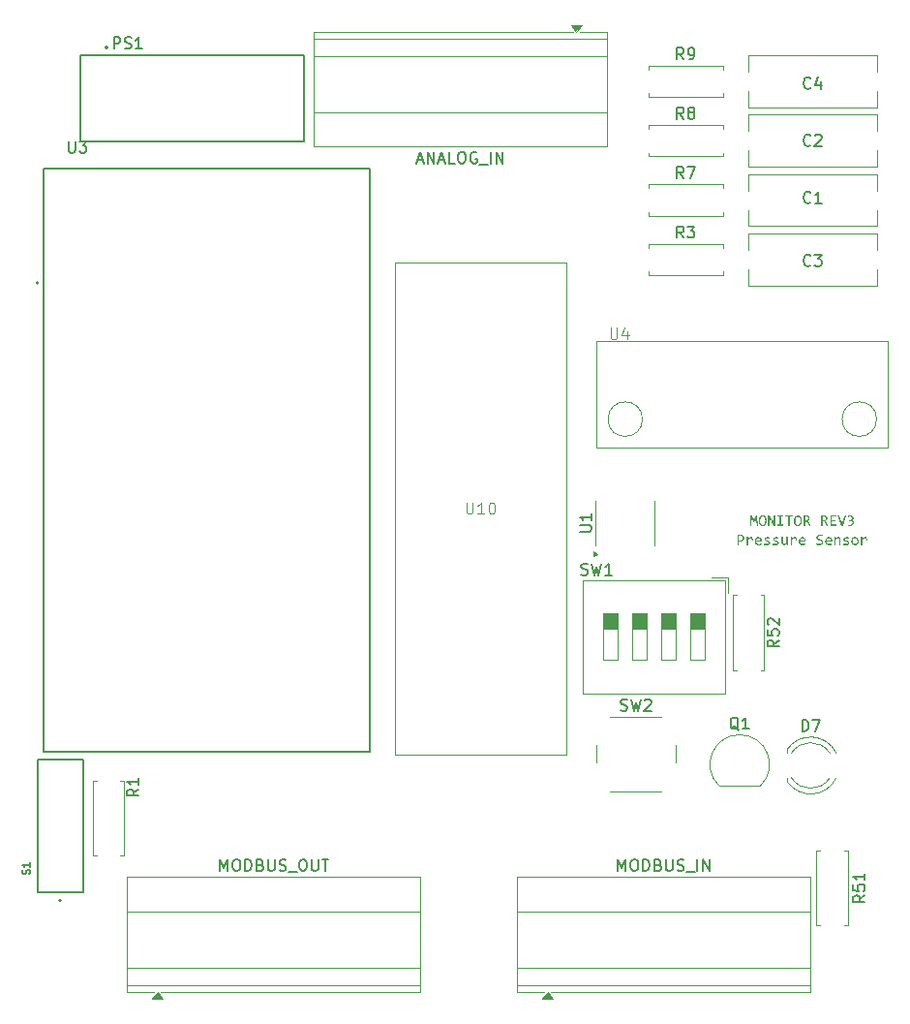
<source format=gbr>
%TF.GenerationSoftware,KiCad,Pcbnew,9.0.3*%
%TF.CreationDate,2026-01-26T07:38:29-05:00*%
%TF.ProjectId,SLAVE_PRESSURE,534c4156-455f-4505-9245-53535552452e,rev?*%
%TF.SameCoordinates,Original*%
%TF.FileFunction,Legend,Top*%
%TF.FilePolarity,Positive*%
%FSLAX46Y46*%
G04 Gerber Fmt 4.6, Leading zero omitted, Abs format (unit mm)*
G04 Created by KiCad (PCBNEW 9.0.3) date 2026-01-26 07:38:29*
%MOMM*%
%LPD*%
G01*
G04 APERTURE LIST*
%ADD10C,0.100000*%
%ADD11C,0.150000*%
%ADD12C,0.120000*%
%ADD13C,0.127000*%
%ADD14C,0.200000*%
G04 APERTURE END LIST*
D10*
G36*
X143622462Y-91650000D02*
G01*
X143503577Y-91650000D01*
X143485808Y-91095080D01*
X143478298Y-90881306D01*
X143436654Y-91005626D01*
X143304824Y-91360816D01*
X143220805Y-91360816D01*
X143095081Y-91019242D01*
X143053437Y-90881306D01*
X143050690Y-91104666D01*
X143034997Y-91650000D01*
X142920203Y-91650000D01*
X142963922Y-90759002D01*
X143108087Y-90759002D01*
X143228315Y-91095080D01*
X143267211Y-91208469D01*
X143304824Y-91095080D01*
X143431159Y-90759002D01*
X143579414Y-90759002D01*
X143622462Y-91650000D01*
G37*
G36*
X144103716Y-90747104D02*
G01*
X144153349Y-90757766D01*
X144196982Y-90774816D01*
X144237161Y-90798782D01*
X144272416Y-90828621D01*
X144303167Y-90864759D01*
X144339425Y-90927984D01*
X144366365Y-91007336D01*
X144381760Y-91094341D01*
X144387247Y-91196746D01*
X144383786Y-91276795D01*
X144374047Y-91345621D01*
X144358854Y-91404658D01*
X144336907Y-91461493D01*
X144311324Y-91509313D01*
X144282345Y-91549249D01*
X144248015Y-91584418D01*
X144210553Y-91612515D01*
X144169627Y-91634063D01*
X144103471Y-91654773D01*
X144033401Y-91661723D01*
X143976683Y-91658030D01*
X143927048Y-91647488D01*
X143883435Y-91630643D01*
X143843305Y-91606824D01*
X143808155Y-91576993D01*
X143777556Y-91540701D01*
X143741648Y-91477146D01*
X143715030Y-91397452D01*
X143699955Y-91310066D01*
X143694575Y-91207004D01*
X143694863Y-91200287D01*
X143820909Y-91200287D01*
X143824121Y-91277836D01*
X143833183Y-91345062D01*
X143849539Y-91407306D01*
X143871834Y-91457292D01*
X143902365Y-91499375D01*
X143939795Y-91530198D01*
X143984588Y-91549408D01*
X144040239Y-91556210D01*
X144094499Y-91549040D01*
X144139219Y-91528489D01*
X144176872Y-91496213D01*
X144207912Y-91453201D01*
X144230956Y-91402820D01*
X144247846Y-91342009D01*
X144257510Y-91277045D01*
X144260852Y-91205783D01*
X144257726Y-91128827D01*
X144248884Y-91061741D01*
X144232780Y-90999438D01*
X144210293Y-90949145D01*
X144179428Y-90906774D01*
X144141661Y-90875872D01*
X144096477Y-90856669D01*
X144040239Y-90849860D01*
X143985974Y-90857041D01*
X143941504Y-90877581D01*
X143904226Y-90909843D01*
X143873544Y-90952869D01*
X143850780Y-91003269D01*
X143833915Y-91064427D01*
X143824239Y-91129580D01*
X143820909Y-91200287D01*
X143694863Y-91200287D01*
X143697973Y-91127858D01*
X143707555Y-91059471D01*
X143722541Y-91000497D01*
X143744312Y-90943629D01*
X143769795Y-90895791D01*
X143798744Y-90855844D01*
X143833098Y-90820649D01*
X143870442Y-90792579D01*
X143911096Y-90771092D01*
X143976994Y-90750341D01*
X144047017Y-90743370D01*
X144103716Y-90747104D01*
G37*
G36*
X145113076Y-91650000D02*
G01*
X144954624Y-91650000D01*
X144694322Y-91094042D01*
X144619156Y-90915317D01*
X144619156Y-91364846D01*
X144619156Y-91650000D01*
X144505766Y-91650000D01*
X144505766Y-90759002D01*
X144662204Y-90759002D01*
X144910171Y-91285772D01*
X144999686Y-91489776D01*
X144999686Y-91012159D01*
X144999686Y-90759002D01*
X145113076Y-90759002D01*
X145113076Y-91650000D01*
G37*
G36*
X145516504Y-90861584D02*
G01*
X145310852Y-90861584D01*
X145310852Y-90759002D01*
X145845072Y-90759002D01*
X145845072Y-90861584D01*
X145639419Y-90861584D01*
X145639419Y-91546441D01*
X145845072Y-91546441D01*
X145845072Y-91650000D01*
X145310852Y-91650000D01*
X145310852Y-91546441D01*
X145516504Y-91546441D01*
X145516504Y-90861584D01*
G37*
G36*
X146672689Y-90862561D02*
G01*
X146408296Y-90862561D01*
X146408296Y-91650000D01*
X146285381Y-91650000D01*
X146285381Y-90862561D01*
X146020988Y-90862561D01*
X146020988Y-90759002D01*
X146672689Y-90759002D01*
X146672689Y-90862561D01*
G37*
G36*
X147179222Y-90747104D02*
G01*
X147228855Y-90757766D01*
X147272488Y-90774816D01*
X147312667Y-90798782D01*
X147347922Y-90828621D01*
X147378673Y-90864759D01*
X147414931Y-90927984D01*
X147441871Y-91007336D01*
X147457266Y-91094341D01*
X147462753Y-91196746D01*
X147459292Y-91276795D01*
X147449553Y-91345621D01*
X147434360Y-91404658D01*
X147412412Y-91461493D01*
X147386830Y-91509313D01*
X147357851Y-91549249D01*
X147323521Y-91584418D01*
X147286059Y-91612515D01*
X147245133Y-91634063D01*
X147178977Y-91654773D01*
X147108907Y-91661723D01*
X147052189Y-91658030D01*
X147002554Y-91647488D01*
X146958941Y-91630643D01*
X146918811Y-91606824D01*
X146883661Y-91576993D01*
X146853062Y-91540701D01*
X146817154Y-91477146D01*
X146790536Y-91397452D01*
X146775461Y-91310066D01*
X146770081Y-91207004D01*
X146770369Y-91200287D01*
X146896415Y-91200287D01*
X146899626Y-91277836D01*
X146908688Y-91345062D01*
X146925045Y-91407306D01*
X146947340Y-91457292D01*
X146977871Y-91499375D01*
X147015300Y-91530198D01*
X147060094Y-91549408D01*
X147115745Y-91556210D01*
X147170004Y-91549040D01*
X147214725Y-91528489D01*
X147252378Y-91496213D01*
X147283418Y-91453201D01*
X147306462Y-91402820D01*
X147323352Y-91342009D01*
X147333016Y-91277045D01*
X147336358Y-91205783D01*
X147333232Y-91128827D01*
X147324390Y-91061741D01*
X147308286Y-90999438D01*
X147285799Y-90949145D01*
X147254934Y-90906774D01*
X147217167Y-90875872D01*
X147171983Y-90856669D01*
X147115745Y-90849860D01*
X147061480Y-90857041D01*
X147017010Y-90877581D01*
X146979732Y-90909843D01*
X146949050Y-90952869D01*
X146926286Y-91003269D01*
X146909421Y-91064427D01*
X146899745Y-91129580D01*
X146896415Y-91200287D01*
X146770369Y-91200287D01*
X146773479Y-91127858D01*
X146783061Y-91059471D01*
X146798046Y-91000497D01*
X146819818Y-90943629D01*
X146845301Y-90895791D01*
X146874250Y-90855844D01*
X146908604Y-90820649D01*
X146945948Y-90792579D01*
X146986602Y-90771092D01*
X147052499Y-90750341D01*
X147122523Y-90743370D01*
X147179222Y-90747104D01*
G37*
G36*
X147930129Y-90763617D02*
G01*
X147989097Y-90776160D01*
X148041344Y-90797346D01*
X148080993Y-90824092D01*
X148112103Y-90858106D01*
X148133566Y-90898342D01*
X148146032Y-90943394D01*
X148150358Y-90994513D01*
X148147229Y-91035456D01*
X148138024Y-91073586D01*
X148122726Y-91109216D01*
X148101448Y-91141364D01*
X148074602Y-91169528D01*
X148041365Y-91194120D01*
X148003495Y-91213268D01*
X147959055Y-91227276D01*
X147993630Y-91244714D01*
X148022924Y-91271973D01*
X148048188Y-91307098D01*
X148076536Y-91356908D01*
X148217952Y-91650000D01*
X148080627Y-91650000D01*
X147947453Y-91366495D01*
X147916679Y-91312639D01*
X147899980Y-91293086D01*
X147882851Y-91278750D01*
X147863930Y-91267968D01*
X147843223Y-91260737D01*
X147795107Y-91255303D01*
X147737710Y-91255303D01*
X147737710Y-91650000D01*
X147616138Y-91650000D01*
X147616138Y-91157606D01*
X147737710Y-91157606D01*
X147836079Y-91157606D01*
X147877886Y-91155017D01*
X147913626Y-91147714D01*
X147946079Y-91135103D01*
X147972366Y-91118222D01*
X147993854Y-91096480D01*
X148009918Y-91070228D01*
X148019810Y-91040301D01*
X148023291Y-91004771D01*
X148017824Y-90958932D01*
X148002738Y-90923970D01*
X147978533Y-90897243D01*
X147946776Y-90878343D01*
X147905628Y-90866082D01*
X147852504Y-90861584D01*
X147737710Y-90861584D01*
X147737710Y-91157606D01*
X147616138Y-91157606D01*
X147616138Y-90759002D01*
X147855252Y-90759002D01*
X147930129Y-90763617D01*
G37*
G36*
X149467882Y-90763617D02*
G01*
X149526850Y-90776160D01*
X149579097Y-90797346D01*
X149618746Y-90824092D01*
X149649856Y-90858106D01*
X149671319Y-90898342D01*
X149683785Y-90943394D01*
X149688111Y-90994513D01*
X149684982Y-91035456D01*
X149675777Y-91073586D01*
X149660479Y-91109216D01*
X149639201Y-91141364D01*
X149612355Y-91169528D01*
X149579118Y-91194120D01*
X149541248Y-91213268D01*
X149496808Y-91227276D01*
X149531383Y-91244714D01*
X149560677Y-91271973D01*
X149585941Y-91307098D01*
X149614289Y-91356908D01*
X149755705Y-91650000D01*
X149618380Y-91650000D01*
X149485206Y-91366495D01*
X149454432Y-91312639D01*
X149437733Y-91293086D01*
X149420604Y-91278750D01*
X149401683Y-91267968D01*
X149380976Y-91260737D01*
X149332860Y-91255303D01*
X149275463Y-91255303D01*
X149275463Y-91650000D01*
X149153891Y-91650000D01*
X149153891Y-91157606D01*
X149275463Y-91157606D01*
X149373832Y-91157606D01*
X149415639Y-91155017D01*
X149451379Y-91147714D01*
X149483832Y-91135103D01*
X149510119Y-91118222D01*
X149531607Y-91096480D01*
X149547671Y-91070228D01*
X149557563Y-91040301D01*
X149561044Y-91004771D01*
X149555577Y-90958932D01*
X149540491Y-90923970D01*
X149516286Y-90897243D01*
X149484529Y-90878343D01*
X149443381Y-90866082D01*
X149390257Y-90861584D01*
X149275463Y-90861584D01*
X149275463Y-91157606D01*
X149153891Y-91157606D01*
X149153891Y-90759002D01*
X149393005Y-90759002D01*
X149467882Y-90763617D01*
G37*
G36*
X150451492Y-91650000D02*
G01*
X149943955Y-91650000D01*
X149943955Y-90759002D01*
X150451492Y-90759002D01*
X150451492Y-90861584D01*
X150065527Y-90861584D01*
X150065527Y-91137090D01*
X150436471Y-91137090D01*
X150436471Y-91239672D01*
X150065527Y-91239672D01*
X150065527Y-91546441D01*
X150451492Y-91546441D01*
X150451492Y-91650000D01*
G37*
G36*
X151341940Y-90759002D02*
G01*
X151038652Y-91650000D01*
X150874704Y-91650000D01*
X150578254Y-90759002D01*
X150715519Y-90759002D01*
X150908165Y-91359595D01*
X150962814Y-91535450D01*
X151018868Y-91359595D01*
X151212186Y-90759002D01*
X151341940Y-90759002D01*
G37*
G36*
X152015867Y-91379073D02*
G01*
X152009838Y-91436068D01*
X151991932Y-91489105D01*
X151962421Y-91536844D01*
X151920246Y-91578986D01*
X151867884Y-91612566D01*
X151800018Y-91639619D01*
X151724254Y-91655847D01*
X151631307Y-91661723D01*
X151535625Y-91658182D01*
X151456429Y-91649023D01*
X151456429Y-91542533D01*
X151545883Y-91554073D01*
X151642237Y-91558164D01*
X151706657Y-91554952D01*
X151756604Y-91546318D01*
X151801077Y-91531253D01*
X151834151Y-91512124D01*
X151860348Y-91487141D01*
X151877870Y-91457964D01*
X151888006Y-91424755D01*
X151891548Y-91386217D01*
X151887290Y-91351208D01*
X151875123Y-91322165D01*
X151855682Y-91297364D01*
X151829022Y-91276491D01*
X151797293Y-91260708D01*
X151758008Y-91248892D01*
X151715573Y-91242065D01*
X151667516Y-91239672D01*
X151565728Y-91239672D01*
X151565728Y-91141974D01*
X151668859Y-91141974D01*
X151708036Y-91139219D01*
X151742254Y-91131350D01*
X151773438Y-91118129D01*
X151798980Y-91100758D01*
X151819748Y-91078564D01*
X151835189Y-91051543D01*
X151844547Y-91020957D01*
X151847828Y-90985170D01*
X151842392Y-90939110D01*
X151827587Y-90905047D01*
X151804109Y-90879963D01*
X151773157Y-90862693D01*
X151731401Y-90851216D01*
X151675698Y-90846929D01*
X151630374Y-90849086D01*
X151582764Y-90855722D01*
X151480304Y-90882100D01*
X151480304Y-90778541D01*
X151529824Y-90763703D01*
X151582459Y-90752712D01*
X151634726Y-90745812D01*
X151684552Y-90743370D01*
X151753264Y-90747472D01*
X151809604Y-90758818D01*
X151860221Y-90778168D01*
X151899730Y-90803148D01*
X151931579Y-90835174D01*
X151954379Y-90873185D01*
X151968103Y-90916226D01*
X151972881Y-90965936D01*
X151968232Y-91015917D01*
X151954988Y-91058480D01*
X151933558Y-91095080D01*
X151904823Y-91126897D01*
X151869274Y-91154578D01*
X151825969Y-91178183D01*
X151860304Y-91186269D01*
X151894601Y-91199982D01*
X151926761Y-91218665D01*
X151955417Y-91241870D01*
X151979743Y-91269562D01*
X151999137Y-91302137D01*
X152011592Y-91338317D01*
X152015867Y-91379073D01*
G37*
G36*
X142158094Y-92442717D02*
G01*
X142219775Y-92453656D01*
X142277574Y-92473077D01*
X142326692Y-92500978D01*
X142367983Y-92538246D01*
X142400148Y-92585425D01*
X142414880Y-92620906D01*
X142424200Y-92662484D01*
X142427504Y-92711332D01*
X142422437Y-92765224D01*
X142406987Y-92819288D01*
X142381039Y-92869605D01*
X142343423Y-92914909D01*
X142295659Y-92952353D01*
X142233453Y-92983358D01*
X142188094Y-92997408D01*
X142135211Y-93006372D01*
X142073596Y-93009553D01*
X141962954Y-93009553D01*
X141962954Y-93330000D01*
X141841382Y-93330000D01*
X141841382Y-92905994D01*
X141962954Y-92905994D01*
X142076343Y-92905994D01*
X142146950Y-92900054D01*
X142201199Y-92883922D01*
X142242673Y-92859160D01*
X142267482Y-92833709D01*
X142285555Y-92802467D01*
X142297003Y-92764208D01*
X142301108Y-92717194D01*
X142294373Y-92662801D01*
X142275508Y-92620024D01*
X142244749Y-92586097D01*
X142204732Y-92561921D01*
X142153282Y-92546312D01*
X142087273Y-92540607D01*
X141962954Y-92540607D01*
X141962954Y-92905994D01*
X141841382Y-92905994D01*
X141841382Y-92439002D01*
X142092769Y-92439002D01*
X142158094Y-92442717D01*
G37*
G36*
X142639629Y-92642212D02*
G01*
X142748256Y-92642212D01*
X142751614Y-92768668D01*
X142794413Y-92722172D01*
X142834252Y-92687630D01*
X142871537Y-92663155D01*
X142911908Y-92644694D01*
X142951457Y-92633996D01*
X142990728Y-92630488D01*
X143043134Y-92635242D01*
X143086420Y-92648601D01*
X143122393Y-92669900D01*
X143152294Y-92699426D01*
X143174530Y-92734764D01*
X143191012Y-92779208D01*
X143201005Y-92834809D01*
X143203158Y-92904040D01*
X143082929Y-92904040D01*
X143080290Y-92844218D01*
X143070871Y-92802256D01*
X143056612Y-92773614D01*
X143035021Y-92751251D01*
X143007953Y-92737819D01*
X142973631Y-92733070D01*
X142949880Y-92735169D01*
X142925515Y-92741618D01*
X142901603Y-92752301D01*
X142875628Y-92768852D01*
X142821284Y-92816845D01*
X142759857Y-92887615D01*
X142759857Y-93330000D01*
X142639629Y-93330000D01*
X142639629Y-92642212D01*
G37*
G36*
X143731673Y-92636414D02*
G01*
X143789646Y-92653142D01*
X143841008Y-92680699D01*
X143882886Y-92717194D01*
X143915823Y-92762462D01*
X143940283Y-92817944D01*
X143954691Y-92879351D01*
X143959761Y-92950507D01*
X143959089Y-92993005D01*
X143957013Y-93025184D01*
X143475428Y-93025184D01*
X143479557Y-93077513D01*
X143491118Y-93120839D01*
X143509348Y-93156815D01*
X143534168Y-93186690D01*
X143564976Y-93210266D01*
X143602496Y-93227797D01*
X143648118Y-93239018D01*
X143703611Y-93243049D01*
X143763695Y-93240546D01*
X143821764Y-93233646D01*
X143875375Y-93223815D01*
X143922880Y-93211786D01*
X143922880Y-93309483D01*
X143872681Y-93322163D01*
X143813215Y-93332747D01*
X143751443Y-93339446D01*
X143686514Y-93341723D01*
X143602000Y-93335331D01*
X143534840Y-93317787D01*
X143476362Y-93288006D01*
X143430670Y-93248361D01*
X143395794Y-93198583D01*
X143370586Y-93136926D01*
X143356221Y-93068393D01*
X143351108Y-92987449D01*
X143355135Y-92933349D01*
X143475428Y-92933349D01*
X143836113Y-92933349D01*
X143834853Y-92888503D01*
X143827259Y-92849207D01*
X143813123Y-92813348D01*
X143793432Y-92783628D01*
X143767877Y-92759284D01*
X143736340Y-92740703D01*
X143700391Y-92729297D01*
X143657144Y-92725254D01*
X143619493Y-92729127D01*
X143586070Y-92740397D01*
X143556265Y-92758536D01*
X143530749Y-92782957D01*
X143510068Y-92812641D01*
X143493196Y-92848902D01*
X143481711Y-92888598D01*
X143475428Y-92933349D01*
X143355135Y-92933349D01*
X143356397Y-92916394D01*
X143371930Y-92850368D01*
X143397803Y-92789147D01*
X143432685Y-92736856D01*
X143477050Y-92693116D01*
X143530749Y-92659248D01*
X143570385Y-92643520D01*
X143614083Y-92633834D01*
X143662579Y-92630488D01*
X143731673Y-92636414D01*
G37*
G36*
X144692429Y-93142055D02*
G01*
X144689232Y-93176989D01*
X144680094Y-93207023D01*
X144665559Y-93234154D01*
X144646633Y-93257948D01*
X144623921Y-93278447D01*
X144597479Y-93295928D01*
X144537701Y-93321878D01*
X144472488Y-93336899D01*
X144406909Y-93341723D01*
X144278803Y-93335556D01*
X144220892Y-93327491D01*
X144164376Y-93315711D01*
X144164376Y-93206229D01*
X144224627Y-93221344D01*
X144283932Y-93232241D01*
X144343334Y-93238893D01*
X144402085Y-93241095D01*
X144459142Y-93237927D01*
X144500010Y-93229692D01*
X144528481Y-93217892D01*
X144551738Y-93199638D01*
X144564951Y-93177943D01*
X144569452Y-93151580D01*
X144562980Y-93118424D01*
X144554301Y-93104600D01*
X144539410Y-93090397D01*
X144519591Y-93077822D01*
X144486471Y-93062676D01*
X144388468Y-93029825D01*
X144302678Y-92998745D01*
X144265464Y-92979302D01*
X144234717Y-92957346D01*
X144209040Y-92931249D01*
X144189655Y-92901292D01*
X144177584Y-92867185D01*
X144173290Y-92825394D01*
X144176415Y-92796265D01*
X144186602Y-92762501D01*
X144204129Y-92730182D01*
X144232031Y-92698876D01*
X144268181Y-92672843D01*
X144318798Y-92649966D01*
X144377179Y-92635811D01*
X144455391Y-92630488D01*
X144544845Y-92634945D01*
X144647366Y-92650211D01*
X144647366Y-92755785D01*
X144541120Y-92735635D01*
X144454048Y-92729162D01*
X144411359Y-92731053D01*
X144379187Y-92736062D01*
X144350659Y-92744612D01*
X144330033Y-92754930D01*
X144313529Y-92768369D01*
X144303044Y-92783140D01*
X144296920Y-92799866D01*
X144294862Y-92817883D01*
X144302006Y-92851406D01*
X144311649Y-92865487D01*
X144328690Y-92880471D01*
X144382973Y-92908497D01*
X144473831Y-92938906D01*
X144531994Y-92957930D01*
X144576291Y-92976214D01*
X144615221Y-92997558D01*
X144643946Y-93019628D01*
X144666433Y-93045419D01*
X144681132Y-93073667D01*
X144689477Y-93105021D01*
X144692429Y-93142055D01*
G37*
G36*
X145461305Y-93142055D02*
G01*
X145458109Y-93176989D01*
X145448971Y-93207023D01*
X145434436Y-93234154D01*
X145415510Y-93257948D01*
X145392798Y-93278447D01*
X145366356Y-93295928D01*
X145306577Y-93321878D01*
X145241364Y-93336899D01*
X145175785Y-93341723D01*
X145047680Y-93335556D01*
X144989769Y-93327491D01*
X144933252Y-93315711D01*
X144933252Y-93206229D01*
X144993503Y-93221344D01*
X145052809Y-93232241D01*
X145112211Y-93238893D01*
X145170961Y-93241095D01*
X145228019Y-93237927D01*
X145268887Y-93229692D01*
X145297357Y-93217892D01*
X145320614Y-93199638D01*
X145333828Y-93177943D01*
X145338329Y-93151580D01*
X145331856Y-93118424D01*
X145323178Y-93104600D01*
X145308287Y-93090397D01*
X145288467Y-93077822D01*
X145255347Y-93062676D01*
X145157345Y-93029825D01*
X145071555Y-92998745D01*
X145034341Y-92979302D01*
X145003594Y-92957346D01*
X144977916Y-92931249D01*
X144958531Y-92901292D01*
X144946461Y-92867185D01*
X144942167Y-92825394D01*
X144945291Y-92796265D01*
X144955478Y-92762501D01*
X144973005Y-92730182D01*
X145000907Y-92698876D01*
X145037058Y-92672843D01*
X145087675Y-92649966D01*
X145146055Y-92635811D01*
X145224267Y-92630488D01*
X145313721Y-92634945D01*
X145416242Y-92650211D01*
X145416242Y-92755785D01*
X145309997Y-92735635D01*
X145222924Y-92729162D01*
X145180235Y-92731053D01*
X145148064Y-92736062D01*
X145119536Y-92744612D01*
X145098910Y-92754930D01*
X145082406Y-92768369D01*
X145071921Y-92783140D01*
X145065796Y-92799866D01*
X145063739Y-92817883D01*
X145070883Y-92851406D01*
X145080526Y-92865487D01*
X145097566Y-92880471D01*
X145151849Y-92908497D01*
X145242708Y-92938906D01*
X145300870Y-92957930D01*
X145345168Y-92976214D01*
X145384098Y-92997558D01*
X145412823Y-93019628D01*
X145435310Y-93045419D01*
X145450009Y-93073667D01*
X145458353Y-93105021D01*
X145461305Y-93142055D01*
G37*
G36*
X146238364Y-93330000D02*
G01*
X146131813Y-93330000D01*
X146127722Y-93219052D01*
X146069287Y-93277976D01*
X146041134Y-93299585D01*
X146014271Y-93315833D01*
X145986596Y-93328105D01*
X145959316Y-93335922D01*
X145900942Y-93341723D01*
X145848411Y-93337339D01*
X145805396Y-93325100D01*
X145770065Y-93305807D01*
X145741085Y-93279441D01*
X145719015Y-93247245D01*
X145702163Y-93206483D01*
X145691133Y-93155242D01*
X145687108Y-93091191D01*
X145687108Y-92642212D01*
X145805993Y-92642212D01*
X145805993Y-93081910D01*
X145812056Y-93145314D01*
X145827791Y-93188412D01*
X145851150Y-93216847D01*
X145882563Y-93233962D01*
X145924817Y-93240118D01*
X145967498Y-93233646D01*
X145988181Y-93225085D01*
X146011218Y-93211053D01*
X146060433Y-93167517D01*
X146119540Y-93098335D01*
X146119540Y-92642212D01*
X146238364Y-92642212D01*
X146238364Y-93330000D01*
G37*
G36*
X146484011Y-92642212D02*
G01*
X146592638Y-92642212D01*
X146595996Y-92768668D01*
X146638795Y-92722172D01*
X146678635Y-92687630D01*
X146715920Y-92663155D01*
X146756290Y-92644694D01*
X146795839Y-92633996D01*
X146835110Y-92630488D01*
X146887516Y-92635242D01*
X146930803Y-92648601D01*
X146966776Y-92669900D01*
X146996677Y-92699426D01*
X147018912Y-92734764D01*
X147035394Y-92779208D01*
X147045387Y-92834809D01*
X147047540Y-92904040D01*
X146927312Y-92904040D01*
X146924672Y-92844218D01*
X146915254Y-92802256D01*
X146900995Y-92773614D01*
X146879403Y-92751251D01*
X146852336Y-92737819D01*
X146818013Y-92733070D01*
X146794263Y-92735169D01*
X146769897Y-92741618D01*
X146745986Y-92752301D01*
X146720011Y-92768852D01*
X146665667Y-92816845D01*
X146604239Y-92887615D01*
X146604239Y-93330000D01*
X146484011Y-93330000D01*
X146484011Y-92642212D01*
G37*
G36*
X147576055Y-92636414D02*
G01*
X147634028Y-92653142D01*
X147685390Y-92680699D01*
X147727268Y-92717194D01*
X147760205Y-92762462D01*
X147784665Y-92817944D01*
X147799074Y-92879351D01*
X147804144Y-92950507D01*
X147803472Y-92993005D01*
X147801396Y-93025184D01*
X147319810Y-93025184D01*
X147323940Y-93077513D01*
X147335500Y-93120839D01*
X147353730Y-93156815D01*
X147378550Y-93186690D01*
X147409358Y-93210266D01*
X147446879Y-93227797D01*
X147492500Y-93239018D01*
X147547994Y-93243049D01*
X147608078Y-93240546D01*
X147666146Y-93233646D01*
X147719758Y-93223815D01*
X147767263Y-93211786D01*
X147767263Y-93309483D01*
X147717063Y-93322163D01*
X147657598Y-93332747D01*
X147595826Y-93339446D01*
X147530897Y-93341723D01*
X147446383Y-93335331D01*
X147379222Y-93317787D01*
X147320745Y-93288006D01*
X147275052Y-93248361D01*
X147240176Y-93198583D01*
X147214969Y-93136926D01*
X147200603Y-93068393D01*
X147195490Y-92987449D01*
X147199517Y-92933349D01*
X147319810Y-92933349D01*
X147680496Y-92933349D01*
X147679236Y-92888503D01*
X147671642Y-92849207D01*
X147657506Y-92813348D01*
X147637814Y-92783628D01*
X147612259Y-92759284D01*
X147580722Y-92740703D01*
X147544773Y-92729297D01*
X147501527Y-92725254D01*
X147463875Y-92729127D01*
X147430452Y-92740397D01*
X147400648Y-92758536D01*
X147375131Y-92782957D01*
X147354450Y-92812641D01*
X147337579Y-92848902D01*
X147326093Y-92888598D01*
X147319810Y-92933349D01*
X147199517Y-92933349D01*
X147200779Y-92916394D01*
X147216312Y-92850368D01*
X147242186Y-92789147D01*
X147277067Y-92736856D01*
X147321432Y-92693116D01*
X147375131Y-92659248D01*
X147414768Y-92643520D01*
X147458466Y-92633834D01*
X147506961Y-92630488D01*
X147576055Y-92636414D01*
G37*
G36*
X149334386Y-93087344D02*
G01*
X149327644Y-93148114D01*
X149308435Y-93198841D01*
X149277509Y-93242484D01*
X149236017Y-93278464D01*
X149186081Y-93305735D01*
X149124276Y-93326031D01*
X149057176Y-93337641D01*
X148980539Y-93341723D01*
X148909831Y-93338975D01*
X148842176Y-93332137D01*
X148781054Y-93322611D01*
X148729152Y-93310949D01*
X148729152Y-93193285D01*
X148782273Y-93210018D01*
X148844252Y-93223326D01*
X148910300Y-93231358D01*
X148989393Y-93234256D01*
X149045942Y-93231747D01*
X149089472Y-93225036D01*
X149128287Y-93213100D01*
X149157127Y-93197742D01*
X149180109Y-93177343D01*
X149195351Y-93153656D01*
X149204209Y-93126359D01*
X149207319Y-93094183D01*
X149202143Y-93060163D01*
X149187169Y-93032329D01*
X149164406Y-93008532D01*
X149134229Y-92986533D01*
X149099914Y-92967578D01*
X149059430Y-92949591D01*
X148973700Y-92915031D01*
X148887971Y-92876441D01*
X148847909Y-92853444D01*
X148813172Y-92827165D01*
X148783534Y-92796288D01*
X148760232Y-92760486D01*
X148745372Y-92719734D01*
X148740082Y-92669567D01*
X148744798Y-92624357D01*
X148759194Y-92579258D01*
X148783268Y-92537741D01*
X148818606Y-92500307D01*
X148863135Y-92469900D01*
X148922104Y-92444558D01*
X148988709Y-92429048D01*
X149072741Y-92423370D01*
X149121589Y-92425446D01*
X149174895Y-92431247D01*
X149228140Y-92439856D01*
X149276989Y-92450115D01*
X149276989Y-92559658D01*
X149171781Y-92536760D01*
X149119559Y-92530815D01*
X149069993Y-92528883D01*
X149000722Y-92533575D01*
X148951072Y-92545839D01*
X148916303Y-92563688D01*
X148888709Y-92589927D01*
X148872658Y-92620587D01*
X148867149Y-92657233D01*
X148872312Y-92691321D01*
X148887299Y-92719515D01*
X148910070Y-92743632D01*
X148940239Y-92765982D01*
X148974577Y-92785174D01*
X149015039Y-92803229D01*
X149100768Y-92837789D01*
X149186497Y-92876746D01*
X149226525Y-92900121D01*
X149261296Y-92926999D01*
X149290919Y-92958543D01*
X149314236Y-92995081D01*
X149329098Y-93036495D01*
X149334386Y-93087344D01*
G37*
G36*
X149882685Y-92636414D02*
G01*
X149940658Y-92653142D01*
X149992020Y-92680699D01*
X150033898Y-92717194D01*
X150066835Y-92762462D01*
X150091295Y-92817944D01*
X150105703Y-92879351D01*
X150110773Y-92950507D01*
X150110101Y-92993005D01*
X150108025Y-93025184D01*
X149626439Y-93025184D01*
X149630569Y-93077513D01*
X149642130Y-93120839D01*
X149660360Y-93156815D01*
X149685180Y-93186690D01*
X149715988Y-93210266D01*
X149753508Y-93227797D01*
X149799130Y-93239018D01*
X149854623Y-93243049D01*
X149914707Y-93240546D01*
X149972776Y-93233646D01*
X150026387Y-93223815D01*
X150073892Y-93211786D01*
X150073892Y-93309483D01*
X150023693Y-93322163D01*
X149964227Y-93332747D01*
X149902455Y-93339446D01*
X149837526Y-93341723D01*
X149753012Y-93335331D01*
X149685851Y-93317787D01*
X149627374Y-93288006D01*
X149581682Y-93248361D01*
X149546805Y-93198583D01*
X149521598Y-93136926D01*
X149507232Y-93068393D01*
X149502120Y-92987449D01*
X149506146Y-92933349D01*
X149626439Y-92933349D01*
X149987125Y-92933349D01*
X149985865Y-92888503D01*
X149978271Y-92849207D01*
X149964135Y-92813348D01*
X149944444Y-92783628D01*
X149918889Y-92759284D01*
X149887352Y-92740703D01*
X149851403Y-92729297D01*
X149808156Y-92725254D01*
X149770505Y-92729127D01*
X149737081Y-92740397D01*
X149707277Y-92758536D01*
X149681760Y-92782957D01*
X149661079Y-92812641D01*
X149644208Y-92848902D01*
X149632722Y-92888598D01*
X149626439Y-92933349D01*
X149506146Y-92933349D01*
X149507408Y-92916394D01*
X149522942Y-92850368D01*
X149548815Y-92789147D01*
X149583697Y-92736856D01*
X149628062Y-92693116D01*
X149681760Y-92659248D01*
X149721397Y-92643520D01*
X149765095Y-92633834D01*
X149813590Y-92630488D01*
X149882685Y-92636414D01*
G37*
G36*
X150300366Y-92642212D02*
G01*
X150406246Y-92642212D01*
X150411008Y-92753159D01*
X150469077Y-92694235D01*
X150524093Y-92656439D01*
X150551552Y-92644144D01*
X150579048Y-92636289D01*
X150637116Y-92630488D01*
X150689649Y-92634890D01*
X150732735Y-92647186D01*
X150768193Y-92666591D01*
X150797340Y-92693136D01*
X150819557Y-92725499D01*
X150836502Y-92766381D01*
X150847582Y-92817677D01*
X150851623Y-92881692D01*
X150851623Y-93330000D01*
X150732798Y-93330000D01*
X150732798Y-92891217D01*
X150728802Y-92837945D01*
X150718268Y-92799304D01*
X150702696Y-92771782D01*
X150680098Y-92750729D01*
X150650974Y-92737741D01*
X150613242Y-92733070D01*
X150570499Y-92739603D01*
X150549919Y-92748141D01*
X150527146Y-92762196D01*
X150478297Y-92805671D01*
X150419252Y-92874059D01*
X150419252Y-93330000D01*
X150300366Y-93330000D01*
X150300366Y-92642212D01*
G37*
G36*
X151612317Y-93142055D02*
G01*
X151609121Y-93176989D01*
X151599983Y-93207023D01*
X151585448Y-93234154D01*
X151566521Y-93257948D01*
X151543810Y-93278447D01*
X151517368Y-93295928D01*
X151457589Y-93321878D01*
X151392376Y-93336899D01*
X151326797Y-93341723D01*
X151198692Y-93335556D01*
X151140780Y-93327491D01*
X151084264Y-93315711D01*
X151084264Y-93206229D01*
X151144515Y-93221344D01*
X151203821Y-93232241D01*
X151263223Y-93238893D01*
X151321973Y-93241095D01*
X151379031Y-93237927D01*
X151419899Y-93229692D01*
X151448369Y-93217892D01*
X151471626Y-93199638D01*
X151484840Y-93177943D01*
X151489341Y-93151580D01*
X151482868Y-93118424D01*
X151474190Y-93104600D01*
X151459299Y-93090397D01*
X151439479Y-93077822D01*
X151406359Y-93062676D01*
X151308357Y-93029825D01*
X151222566Y-92998745D01*
X151185353Y-92979302D01*
X151154606Y-92957346D01*
X151128928Y-92931249D01*
X151109543Y-92901292D01*
X151097472Y-92867185D01*
X151093179Y-92825394D01*
X151096303Y-92796265D01*
X151106490Y-92762501D01*
X151124017Y-92730182D01*
X151151919Y-92698876D01*
X151188070Y-92672843D01*
X151238686Y-92649966D01*
X151297067Y-92635811D01*
X151375279Y-92630488D01*
X151464733Y-92634945D01*
X151567254Y-92650211D01*
X151567254Y-92755785D01*
X151461008Y-92735635D01*
X151373936Y-92729162D01*
X151331247Y-92731053D01*
X151299075Y-92736062D01*
X151270548Y-92744612D01*
X151249922Y-92754930D01*
X151233418Y-92768369D01*
X151222933Y-92783140D01*
X151216808Y-92799866D01*
X151214751Y-92817883D01*
X151221895Y-92851406D01*
X151231538Y-92865487D01*
X151248578Y-92880471D01*
X151302861Y-92908497D01*
X151393720Y-92938906D01*
X151451882Y-92957930D01*
X151496179Y-92976214D01*
X151535110Y-92997558D01*
X151563835Y-93019628D01*
X151586322Y-93045419D01*
X151601021Y-93073667D01*
X151609365Y-93105021D01*
X151612317Y-93142055D01*
G37*
G36*
X152191527Y-92636448D02*
G01*
X152252416Y-92653386D01*
X152306668Y-92681782D01*
X152351457Y-92720430D01*
X152386781Y-92768954D01*
X152413617Y-92830218D01*
X152429498Y-92898679D01*
X152435171Y-92980610D01*
X152429357Y-93058486D01*
X152412640Y-93127339D01*
X152384749Y-93189937D01*
X152347732Y-93241584D01*
X152300998Y-93283611D01*
X152244540Y-93315406D01*
X152180992Y-93334890D01*
X152106603Y-93341723D01*
X152035288Y-93335764D01*
X151974346Y-93318825D01*
X151920157Y-93290374D01*
X151875305Y-93251475D01*
X151839994Y-93202664D01*
X151813146Y-93141383D01*
X151797322Y-93072787D01*
X151791652Y-92990197D01*
X151791949Y-92986228D01*
X151913285Y-92986228D01*
X151917005Y-93047622D01*
X151927268Y-93097663D01*
X151944734Y-93142432D01*
X151967202Y-93177226D01*
X151996009Y-93205113D01*
X152030094Y-93225036D01*
X152068626Y-93236935D01*
X152113442Y-93241095D01*
X152164049Y-93235613D01*
X152204606Y-93220273D01*
X152239183Y-93195841D01*
X152266766Y-93164586D01*
X152287527Y-93127465D01*
X152302303Y-93083620D01*
X152310721Y-93036682D01*
X152313599Y-92986228D01*
X152309856Y-92924941D01*
X152299555Y-92875280D01*
X152282105Y-92830775D01*
X152259622Y-92796024D01*
X152230800Y-92768114D01*
X152196424Y-92748152D01*
X152157669Y-92736228D01*
X152113442Y-92732093D01*
X152062786Y-92737592D01*
X152022217Y-92752976D01*
X151987648Y-92777372D01*
X151960058Y-92808663D01*
X151939299Y-92845733D01*
X151924520Y-92889569D01*
X151916137Y-92936412D01*
X151913285Y-92986228D01*
X151791949Y-92986228D01*
X151797478Y-92912462D01*
X151814184Y-92844200D01*
X151842074Y-92782179D01*
X151879091Y-92730689D01*
X151925820Y-92688608D01*
X151982223Y-92656805D01*
X152045823Y-92637319D01*
X152120220Y-92630488D01*
X152191527Y-92636448D01*
G37*
G36*
X152635023Y-92642212D02*
G01*
X152743650Y-92642212D01*
X152747008Y-92768668D01*
X152789807Y-92722172D01*
X152829647Y-92687630D01*
X152866931Y-92663155D01*
X152907302Y-92644694D01*
X152946851Y-92633996D01*
X152986122Y-92630488D01*
X153038528Y-92635242D01*
X153081814Y-92648601D01*
X153117787Y-92669900D01*
X153147689Y-92699426D01*
X153169924Y-92734764D01*
X153186406Y-92779208D01*
X153196399Y-92834809D01*
X153198552Y-92904040D01*
X153078324Y-92904040D01*
X153075684Y-92844218D01*
X153066266Y-92802256D01*
X153052006Y-92773614D01*
X153030415Y-92751251D01*
X153003348Y-92737819D01*
X152969025Y-92733070D01*
X152945275Y-92735169D01*
X152920909Y-92741618D01*
X152896998Y-92752301D01*
X152871022Y-92768852D01*
X152816678Y-92816845D01*
X152755251Y-92887615D01*
X152755251Y-93330000D01*
X152635023Y-93330000D01*
X152635023Y-92642212D01*
G37*
X130718095Y-74347419D02*
X130718095Y-75156942D01*
X130718095Y-75156942D02*
X130765714Y-75252180D01*
X130765714Y-75252180D02*
X130813333Y-75299800D01*
X130813333Y-75299800D02*
X130908571Y-75347419D01*
X130908571Y-75347419D02*
X131099047Y-75347419D01*
X131099047Y-75347419D02*
X131194285Y-75299800D01*
X131194285Y-75299800D02*
X131241904Y-75252180D01*
X131241904Y-75252180D02*
X131289523Y-75156942D01*
X131289523Y-75156942D02*
X131289523Y-74347419D01*
X132194285Y-74680752D02*
X132194285Y-75347419D01*
X131956190Y-74299800D02*
X131718095Y-75014085D01*
X131718095Y-75014085D02*
X132337142Y-75014085D01*
D11*
X141934761Y-109500057D02*
X141839523Y-109452438D01*
X141839523Y-109452438D02*
X141744285Y-109357200D01*
X141744285Y-109357200D02*
X141601428Y-109214342D01*
X141601428Y-109214342D02*
X141506190Y-109166723D01*
X141506190Y-109166723D02*
X141410952Y-109166723D01*
X141458571Y-109404819D02*
X141363333Y-109357200D01*
X141363333Y-109357200D02*
X141268095Y-109261961D01*
X141268095Y-109261961D02*
X141220476Y-109071485D01*
X141220476Y-109071485D02*
X141220476Y-108738152D01*
X141220476Y-108738152D02*
X141268095Y-108547676D01*
X141268095Y-108547676D02*
X141363333Y-108452438D01*
X141363333Y-108452438D02*
X141458571Y-108404819D01*
X141458571Y-108404819D02*
X141649047Y-108404819D01*
X141649047Y-108404819D02*
X141744285Y-108452438D01*
X141744285Y-108452438D02*
X141839523Y-108547676D01*
X141839523Y-108547676D02*
X141887142Y-108738152D01*
X141887142Y-108738152D02*
X141887142Y-109071485D01*
X141887142Y-109071485D02*
X141839523Y-109261961D01*
X141839523Y-109261961D02*
X141744285Y-109357200D01*
X141744285Y-109357200D02*
X141649047Y-109404819D01*
X141649047Y-109404819D02*
X141458571Y-109404819D01*
X142839523Y-109404819D02*
X142268095Y-109404819D01*
X142553809Y-109404819D02*
X142553809Y-108404819D01*
X142553809Y-108404819D02*
X142458571Y-108547676D01*
X142458571Y-108547676D02*
X142363333Y-108642914D01*
X142363333Y-108642914D02*
X142268095Y-108690533D01*
X148233333Y-63359580D02*
X148185714Y-63407200D01*
X148185714Y-63407200D02*
X148042857Y-63454819D01*
X148042857Y-63454819D02*
X147947619Y-63454819D01*
X147947619Y-63454819D02*
X147804762Y-63407200D01*
X147804762Y-63407200D02*
X147709524Y-63311961D01*
X147709524Y-63311961D02*
X147661905Y-63216723D01*
X147661905Y-63216723D02*
X147614286Y-63026247D01*
X147614286Y-63026247D02*
X147614286Y-62883390D01*
X147614286Y-62883390D02*
X147661905Y-62692914D01*
X147661905Y-62692914D02*
X147709524Y-62597676D01*
X147709524Y-62597676D02*
X147804762Y-62502438D01*
X147804762Y-62502438D02*
X147947619Y-62454819D01*
X147947619Y-62454819D02*
X148042857Y-62454819D01*
X148042857Y-62454819D02*
X148185714Y-62502438D01*
X148185714Y-62502438D02*
X148233333Y-62550057D01*
X149185714Y-63454819D02*
X148614286Y-63454819D01*
X148900000Y-63454819D02*
X148900000Y-62454819D01*
X148900000Y-62454819D02*
X148804762Y-62597676D01*
X148804762Y-62597676D02*
X148709524Y-62692914D01*
X148709524Y-62692914D02*
X148614286Y-62740533D01*
X128054819Y-92161904D02*
X128864342Y-92161904D01*
X128864342Y-92161904D02*
X128959580Y-92114285D01*
X128959580Y-92114285D02*
X129007200Y-92066666D01*
X129007200Y-92066666D02*
X129054819Y-91971428D01*
X129054819Y-91971428D02*
X129054819Y-91780952D01*
X129054819Y-91780952D02*
X129007200Y-91685714D01*
X129007200Y-91685714D02*
X128959580Y-91638095D01*
X128959580Y-91638095D02*
X128864342Y-91590476D01*
X128864342Y-91590476D02*
X128054819Y-91590476D01*
X129054819Y-90590476D02*
X129054819Y-91161904D01*
X129054819Y-90876190D02*
X128054819Y-90876190D01*
X128054819Y-90876190D02*
X128197676Y-90971428D01*
X128197676Y-90971428D02*
X128292914Y-91066666D01*
X128292914Y-91066666D02*
X128340533Y-91161904D01*
X137123333Y-66484819D02*
X136790000Y-66008628D01*
X136551905Y-66484819D02*
X136551905Y-65484819D01*
X136551905Y-65484819D02*
X136932857Y-65484819D01*
X136932857Y-65484819D02*
X137028095Y-65532438D01*
X137028095Y-65532438D02*
X137075714Y-65580057D01*
X137075714Y-65580057D02*
X137123333Y-65675295D01*
X137123333Y-65675295D02*
X137123333Y-65818152D01*
X137123333Y-65818152D02*
X137075714Y-65913390D01*
X137075714Y-65913390D02*
X137028095Y-65961009D01*
X137028095Y-65961009D02*
X136932857Y-66008628D01*
X136932857Y-66008628D02*
X136551905Y-66008628D01*
X137456667Y-65484819D02*
X138075714Y-65484819D01*
X138075714Y-65484819D02*
X137742381Y-65865771D01*
X137742381Y-65865771D02*
X137885238Y-65865771D01*
X137885238Y-65865771D02*
X137980476Y-65913390D01*
X137980476Y-65913390D02*
X138028095Y-65961009D01*
X138028095Y-65961009D02*
X138075714Y-66056247D01*
X138075714Y-66056247D02*
X138075714Y-66294342D01*
X138075714Y-66294342D02*
X138028095Y-66389580D01*
X138028095Y-66389580D02*
X137980476Y-66437200D01*
X137980476Y-66437200D02*
X137885238Y-66484819D01*
X137885238Y-66484819D02*
X137599524Y-66484819D01*
X137599524Y-66484819D02*
X137504286Y-66437200D01*
X137504286Y-66437200D02*
X137456667Y-66389580D01*
X87285714Y-49954819D02*
X87285714Y-48954819D01*
X87285714Y-48954819D02*
X87666666Y-48954819D01*
X87666666Y-48954819D02*
X87761904Y-49002438D01*
X87761904Y-49002438D02*
X87809523Y-49050057D01*
X87809523Y-49050057D02*
X87857142Y-49145295D01*
X87857142Y-49145295D02*
X87857142Y-49288152D01*
X87857142Y-49288152D02*
X87809523Y-49383390D01*
X87809523Y-49383390D02*
X87761904Y-49431009D01*
X87761904Y-49431009D02*
X87666666Y-49478628D01*
X87666666Y-49478628D02*
X87285714Y-49478628D01*
X88238095Y-49907200D02*
X88380952Y-49954819D01*
X88380952Y-49954819D02*
X88619047Y-49954819D01*
X88619047Y-49954819D02*
X88714285Y-49907200D01*
X88714285Y-49907200D02*
X88761904Y-49859580D01*
X88761904Y-49859580D02*
X88809523Y-49764342D01*
X88809523Y-49764342D02*
X88809523Y-49669104D01*
X88809523Y-49669104D02*
X88761904Y-49573866D01*
X88761904Y-49573866D02*
X88714285Y-49526247D01*
X88714285Y-49526247D02*
X88619047Y-49478628D01*
X88619047Y-49478628D02*
X88428571Y-49431009D01*
X88428571Y-49431009D02*
X88333333Y-49383390D01*
X88333333Y-49383390D02*
X88285714Y-49335771D01*
X88285714Y-49335771D02*
X88238095Y-49240533D01*
X88238095Y-49240533D02*
X88238095Y-49145295D01*
X88238095Y-49145295D02*
X88285714Y-49050057D01*
X88285714Y-49050057D02*
X88333333Y-49002438D01*
X88333333Y-49002438D02*
X88428571Y-48954819D01*
X88428571Y-48954819D02*
X88666666Y-48954819D01*
X88666666Y-48954819D02*
X88809523Y-49002438D01*
X89761904Y-49954819D02*
X89190476Y-49954819D01*
X89476190Y-49954819D02*
X89476190Y-48954819D01*
X89476190Y-48954819D02*
X89380952Y-49097676D01*
X89380952Y-49097676D02*
X89285714Y-49192914D01*
X89285714Y-49192914D02*
X89190476Y-49240533D01*
X89454819Y-114666666D02*
X88978628Y-114999999D01*
X89454819Y-115238094D02*
X88454819Y-115238094D01*
X88454819Y-115238094D02*
X88454819Y-114857142D01*
X88454819Y-114857142D02*
X88502438Y-114761904D01*
X88502438Y-114761904D02*
X88550057Y-114714285D01*
X88550057Y-114714285D02*
X88645295Y-114666666D01*
X88645295Y-114666666D02*
X88788152Y-114666666D01*
X88788152Y-114666666D02*
X88883390Y-114714285D01*
X88883390Y-114714285D02*
X88931009Y-114761904D01*
X88931009Y-114761904D02*
X88978628Y-114857142D01*
X88978628Y-114857142D02*
X88978628Y-115238094D01*
X89454819Y-113714285D02*
X89454819Y-114285713D01*
X89454819Y-113999999D02*
X88454819Y-113999999D01*
X88454819Y-113999999D02*
X88597676Y-114095237D01*
X88597676Y-114095237D02*
X88692914Y-114190475D01*
X88692914Y-114190475D02*
X88740533Y-114285713D01*
D10*
X118111905Y-89607419D02*
X118111905Y-90416942D01*
X118111905Y-90416942D02*
X118159524Y-90512180D01*
X118159524Y-90512180D02*
X118207143Y-90559800D01*
X118207143Y-90559800D02*
X118302381Y-90607419D01*
X118302381Y-90607419D02*
X118492857Y-90607419D01*
X118492857Y-90607419D02*
X118588095Y-90559800D01*
X118588095Y-90559800D02*
X118635714Y-90512180D01*
X118635714Y-90512180D02*
X118683333Y-90416942D01*
X118683333Y-90416942D02*
X118683333Y-89607419D01*
X119683333Y-90607419D02*
X119111905Y-90607419D01*
X119397619Y-90607419D02*
X119397619Y-89607419D01*
X119397619Y-89607419D02*
X119302381Y-89750276D01*
X119302381Y-89750276D02*
X119207143Y-89845514D01*
X119207143Y-89845514D02*
X119111905Y-89893133D01*
X120302381Y-89607419D02*
X120397619Y-89607419D01*
X120397619Y-89607419D02*
X120492857Y-89655038D01*
X120492857Y-89655038D02*
X120540476Y-89702657D01*
X120540476Y-89702657D02*
X120588095Y-89797895D01*
X120588095Y-89797895D02*
X120635714Y-89988371D01*
X120635714Y-89988371D02*
X120635714Y-90226466D01*
X120635714Y-90226466D02*
X120588095Y-90416942D01*
X120588095Y-90416942D02*
X120540476Y-90512180D01*
X120540476Y-90512180D02*
X120492857Y-90559800D01*
X120492857Y-90559800D02*
X120397619Y-90607419D01*
X120397619Y-90607419D02*
X120302381Y-90607419D01*
X120302381Y-90607419D02*
X120207143Y-90559800D01*
X120207143Y-90559800D02*
X120159524Y-90512180D01*
X120159524Y-90512180D02*
X120111905Y-90416942D01*
X120111905Y-90416942D02*
X120064286Y-90226466D01*
X120064286Y-90226466D02*
X120064286Y-89988371D01*
X120064286Y-89988371D02*
X120111905Y-89797895D01*
X120111905Y-89797895D02*
X120159524Y-89702657D01*
X120159524Y-89702657D02*
X120207143Y-89655038D01*
X120207143Y-89655038D02*
X120302381Y-89607419D01*
D11*
X147491905Y-109594819D02*
X147491905Y-108594819D01*
X147491905Y-108594819D02*
X147730000Y-108594819D01*
X147730000Y-108594819D02*
X147872857Y-108642438D01*
X147872857Y-108642438D02*
X147968095Y-108737676D01*
X147968095Y-108737676D02*
X148015714Y-108832914D01*
X148015714Y-108832914D02*
X148063333Y-109023390D01*
X148063333Y-109023390D02*
X148063333Y-109166247D01*
X148063333Y-109166247D02*
X148015714Y-109356723D01*
X148015714Y-109356723D02*
X147968095Y-109451961D01*
X147968095Y-109451961D02*
X147872857Y-109547200D01*
X147872857Y-109547200D02*
X147730000Y-109594819D01*
X147730000Y-109594819D02*
X147491905Y-109594819D01*
X148396667Y-108594819D02*
X149063333Y-108594819D01*
X149063333Y-108594819D02*
X148634762Y-109594819D01*
X145454819Y-101632857D02*
X144978628Y-101966190D01*
X145454819Y-102204285D02*
X144454819Y-102204285D01*
X144454819Y-102204285D02*
X144454819Y-101823333D01*
X144454819Y-101823333D02*
X144502438Y-101728095D01*
X144502438Y-101728095D02*
X144550057Y-101680476D01*
X144550057Y-101680476D02*
X144645295Y-101632857D01*
X144645295Y-101632857D02*
X144788152Y-101632857D01*
X144788152Y-101632857D02*
X144883390Y-101680476D01*
X144883390Y-101680476D02*
X144931009Y-101728095D01*
X144931009Y-101728095D02*
X144978628Y-101823333D01*
X144978628Y-101823333D02*
X144978628Y-102204285D01*
X144454819Y-100728095D02*
X144454819Y-101204285D01*
X144454819Y-101204285D02*
X144931009Y-101251904D01*
X144931009Y-101251904D02*
X144883390Y-101204285D01*
X144883390Y-101204285D02*
X144835771Y-101109047D01*
X144835771Y-101109047D02*
X144835771Y-100870952D01*
X144835771Y-100870952D02*
X144883390Y-100775714D01*
X144883390Y-100775714D02*
X144931009Y-100728095D01*
X144931009Y-100728095D02*
X145026247Y-100680476D01*
X145026247Y-100680476D02*
X145264342Y-100680476D01*
X145264342Y-100680476D02*
X145359580Y-100728095D01*
X145359580Y-100728095D02*
X145407200Y-100775714D01*
X145407200Y-100775714D02*
X145454819Y-100870952D01*
X145454819Y-100870952D02*
X145454819Y-101109047D01*
X145454819Y-101109047D02*
X145407200Y-101204285D01*
X145407200Y-101204285D02*
X145359580Y-101251904D01*
X144550057Y-100299523D02*
X144502438Y-100251904D01*
X144502438Y-100251904D02*
X144454819Y-100156666D01*
X144454819Y-100156666D02*
X144454819Y-99918571D01*
X144454819Y-99918571D02*
X144502438Y-99823333D01*
X144502438Y-99823333D02*
X144550057Y-99775714D01*
X144550057Y-99775714D02*
X144645295Y-99728095D01*
X144645295Y-99728095D02*
X144740533Y-99728095D01*
X144740533Y-99728095D02*
X144883390Y-99775714D01*
X144883390Y-99775714D02*
X145454819Y-100347142D01*
X145454819Y-100347142D02*
X145454819Y-99728095D01*
X152954819Y-123942857D02*
X152478628Y-124276190D01*
X152954819Y-124514285D02*
X151954819Y-124514285D01*
X151954819Y-124514285D02*
X151954819Y-124133333D01*
X151954819Y-124133333D02*
X152002438Y-124038095D01*
X152002438Y-124038095D02*
X152050057Y-123990476D01*
X152050057Y-123990476D02*
X152145295Y-123942857D01*
X152145295Y-123942857D02*
X152288152Y-123942857D01*
X152288152Y-123942857D02*
X152383390Y-123990476D01*
X152383390Y-123990476D02*
X152431009Y-124038095D01*
X152431009Y-124038095D02*
X152478628Y-124133333D01*
X152478628Y-124133333D02*
X152478628Y-124514285D01*
X151954819Y-123038095D02*
X151954819Y-123514285D01*
X151954819Y-123514285D02*
X152431009Y-123561904D01*
X152431009Y-123561904D02*
X152383390Y-123514285D01*
X152383390Y-123514285D02*
X152335771Y-123419047D01*
X152335771Y-123419047D02*
X152335771Y-123180952D01*
X152335771Y-123180952D02*
X152383390Y-123085714D01*
X152383390Y-123085714D02*
X152431009Y-123038095D01*
X152431009Y-123038095D02*
X152526247Y-122990476D01*
X152526247Y-122990476D02*
X152764342Y-122990476D01*
X152764342Y-122990476D02*
X152859580Y-123038095D01*
X152859580Y-123038095D02*
X152907200Y-123085714D01*
X152907200Y-123085714D02*
X152954819Y-123180952D01*
X152954819Y-123180952D02*
X152954819Y-123419047D01*
X152954819Y-123419047D02*
X152907200Y-123514285D01*
X152907200Y-123514285D02*
X152859580Y-123561904D01*
X152954819Y-122038095D02*
X152954819Y-122609523D01*
X152954819Y-122323809D02*
X151954819Y-122323809D01*
X151954819Y-122323809D02*
X152097676Y-122419047D01*
X152097676Y-122419047D02*
X152192914Y-122514285D01*
X152192914Y-122514285D02*
X152240533Y-122609523D01*
X137123333Y-56084819D02*
X136790000Y-55608628D01*
X136551905Y-56084819D02*
X136551905Y-55084819D01*
X136551905Y-55084819D02*
X136932857Y-55084819D01*
X136932857Y-55084819D02*
X137028095Y-55132438D01*
X137028095Y-55132438D02*
X137075714Y-55180057D01*
X137075714Y-55180057D02*
X137123333Y-55275295D01*
X137123333Y-55275295D02*
X137123333Y-55418152D01*
X137123333Y-55418152D02*
X137075714Y-55513390D01*
X137075714Y-55513390D02*
X137028095Y-55561009D01*
X137028095Y-55561009D02*
X136932857Y-55608628D01*
X136932857Y-55608628D02*
X136551905Y-55608628D01*
X137694762Y-55513390D02*
X137599524Y-55465771D01*
X137599524Y-55465771D02*
X137551905Y-55418152D01*
X137551905Y-55418152D02*
X137504286Y-55322914D01*
X137504286Y-55322914D02*
X137504286Y-55275295D01*
X137504286Y-55275295D02*
X137551905Y-55180057D01*
X137551905Y-55180057D02*
X137599524Y-55132438D01*
X137599524Y-55132438D02*
X137694762Y-55084819D01*
X137694762Y-55084819D02*
X137885238Y-55084819D01*
X137885238Y-55084819D02*
X137980476Y-55132438D01*
X137980476Y-55132438D02*
X138028095Y-55180057D01*
X138028095Y-55180057D02*
X138075714Y-55275295D01*
X138075714Y-55275295D02*
X138075714Y-55322914D01*
X138075714Y-55322914D02*
X138028095Y-55418152D01*
X138028095Y-55418152D02*
X137980476Y-55465771D01*
X137980476Y-55465771D02*
X137885238Y-55513390D01*
X137885238Y-55513390D02*
X137694762Y-55513390D01*
X137694762Y-55513390D02*
X137599524Y-55561009D01*
X137599524Y-55561009D02*
X137551905Y-55608628D01*
X137551905Y-55608628D02*
X137504286Y-55703866D01*
X137504286Y-55703866D02*
X137504286Y-55894342D01*
X137504286Y-55894342D02*
X137551905Y-55989580D01*
X137551905Y-55989580D02*
X137599524Y-56037200D01*
X137599524Y-56037200D02*
X137694762Y-56084819D01*
X137694762Y-56084819D02*
X137885238Y-56084819D01*
X137885238Y-56084819D02*
X137980476Y-56037200D01*
X137980476Y-56037200D02*
X138028095Y-55989580D01*
X138028095Y-55989580D02*
X138075714Y-55894342D01*
X138075714Y-55894342D02*
X138075714Y-55703866D01*
X138075714Y-55703866D02*
X138028095Y-55608628D01*
X138028095Y-55608628D02*
X137980476Y-55561009D01*
X137980476Y-55561009D02*
X137885238Y-55513390D01*
X148233333Y-53359580D02*
X148185714Y-53407200D01*
X148185714Y-53407200D02*
X148042857Y-53454819D01*
X148042857Y-53454819D02*
X147947619Y-53454819D01*
X147947619Y-53454819D02*
X147804762Y-53407200D01*
X147804762Y-53407200D02*
X147709524Y-53311961D01*
X147709524Y-53311961D02*
X147661905Y-53216723D01*
X147661905Y-53216723D02*
X147614286Y-53026247D01*
X147614286Y-53026247D02*
X147614286Y-52883390D01*
X147614286Y-52883390D02*
X147661905Y-52692914D01*
X147661905Y-52692914D02*
X147709524Y-52597676D01*
X147709524Y-52597676D02*
X147804762Y-52502438D01*
X147804762Y-52502438D02*
X147947619Y-52454819D01*
X147947619Y-52454819D02*
X148042857Y-52454819D01*
X148042857Y-52454819D02*
X148185714Y-52502438D01*
X148185714Y-52502438D02*
X148233333Y-52550057D01*
X149090476Y-52788152D02*
X149090476Y-53454819D01*
X148852381Y-52407200D02*
X148614286Y-53121485D01*
X148614286Y-53121485D02*
X149233333Y-53121485D01*
X148233333Y-68859580D02*
X148185714Y-68907200D01*
X148185714Y-68907200D02*
X148042857Y-68954819D01*
X148042857Y-68954819D02*
X147947619Y-68954819D01*
X147947619Y-68954819D02*
X147804762Y-68907200D01*
X147804762Y-68907200D02*
X147709524Y-68811961D01*
X147709524Y-68811961D02*
X147661905Y-68716723D01*
X147661905Y-68716723D02*
X147614286Y-68526247D01*
X147614286Y-68526247D02*
X147614286Y-68383390D01*
X147614286Y-68383390D02*
X147661905Y-68192914D01*
X147661905Y-68192914D02*
X147709524Y-68097676D01*
X147709524Y-68097676D02*
X147804762Y-68002438D01*
X147804762Y-68002438D02*
X147947619Y-67954819D01*
X147947619Y-67954819D02*
X148042857Y-67954819D01*
X148042857Y-67954819D02*
X148185714Y-68002438D01*
X148185714Y-68002438D02*
X148233333Y-68050057D01*
X148566667Y-67954819D02*
X149185714Y-67954819D01*
X149185714Y-67954819D02*
X148852381Y-68335771D01*
X148852381Y-68335771D02*
X148995238Y-68335771D01*
X148995238Y-68335771D02*
X149090476Y-68383390D01*
X149090476Y-68383390D02*
X149138095Y-68431009D01*
X149138095Y-68431009D02*
X149185714Y-68526247D01*
X149185714Y-68526247D02*
X149185714Y-68764342D01*
X149185714Y-68764342D02*
X149138095Y-68859580D01*
X149138095Y-68859580D02*
X149090476Y-68907200D01*
X149090476Y-68907200D02*
X148995238Y-68954819D01*
X148995238Y-68954819D02*
X148709524Y-68954819D01*
X148709524Y-68954819D02*
X148614286Y-68907200D01*
X148614286Y-68907200D02*
X148566667Y-68859580D01*
X131616667Y-107757200D02*
X131759524Y-107804819D01*
X131759524Y-107804819D02*
X131997619Y-107804819D01*
X131997619Y-107804819D02*
X132092857Y-107757200D01*
X132092857Y-107757200D02*
X132140476Y-107709580D01*
X132140476Y-107709580D02*
X132188095Y-107614342D01*
X132188095Y-107614342D02*
X132188095Y-107519104D01*
X132188095Y-107519104D02*
X132140476Y-107423866D01*
X132140476Y-107423866D02*
X132092857Y-107376247D01*
X132092857Y-107376247D02*
X131997619Y-107328628D01*
X131997619Y-107328628D02*
X131807143Y-107281009D01*
X131807143Y-107281009D02*
X131711905Y-107233390D01*
X131711905Y-107233390D02*
X131664286Y-107185771D01*
X131664286Y-107185771D02*
X131616667Y-107090533D01*
X131616667Y-107090533D02*
X131616667Y-106995295D01*
X131616667Y-106995295D02*
X131664286Y-106900057D01*
X131664286Y-106900057D02*
X131711905Y-106852438D01*
X131711905Y-106852438D02*
X131807143Y-106804819D01*
X131807143Y-106804819D02*
X132045238Y-106804819D01*
X132045238Y-106804819D02*
X132188095Y-106852438D01*
X132521429Y-106804819D02*
X132759524Y-107804819D01*
X132759524Y-107804819D02*
X132950000Y-107090533D01*
X132950000Y-107090533D02*
X133140476Y-107804819D01*
X133140476Y-107804819D02*
X133378572Y-106804819D01*
X133711905Y-106900057D02*
X133759524Y-106852438D01*
X133759524Y-106852438D02*
X133854762Y-106804819D01*
X133854762Y-106804819D02*
X134092857Y-106804819D01*
X134092857Y-106804819D02*
X134188095Y-106852438D01*
X134188095Y-106852438D02*
X134235714Y-106900057D01*
X134235714Y-106900057D02*
X134283333Y-106995295D01*
X134283333Y-106995295D02*
X134283333Y-107090533D01*
X134283333Y-107090533D02*
X134235714Y-107233390D01*
X134235714Y-107233390D02*
X133664286Y-107804819D01*
X133664286Y-107804819D02*
X134283333Y-107804819D01*
X96583333Y-121807319D02*
X96583333Y-120807319D01*
X96583333Y-120807319D02*
X96916666Y-121521604D01*
X96916666Y-121521604D02*
X97249999Y-120807319D01*
X97249999Y-120807319D02*
X97249999Y-121807319D01*
X97916666Y-120807319D02*
X98107142Y-120807319D01*
X98107142Y-120807319D02*
X98202380Y-120854938D01*
X98202380Y-120854938D02*
X98297618Y-120950176D01*
X98297618Y-120950176D02*
X98345237Y-121140652D01*
X98345237Y-121140652D02*
X98345237Y-121473985D01*
X98345237Y-121473985D02*
X98297618Y-121664461D01*
X98297618Y-121664461D02*
X98202380Y-121759700D01*
X98202380Y-121759700D02*
X98107142Y-121807319D01*
X98107142Y-121807319D02*
X97916666Y-121807319D01*
X97916666Y-121807319D02*
X97821428Y-121759700D01*
X97821428Y-121759700D02*
X97726190Y-121664461D01*
X97726190Y-121664461D02*
X97678571Y-121473985D01*
X97678571Y-121473985D02*
X97678571Y-121140652D01*
X97678571Y-121140652D02*
X97726190Y-120950176D01*
X97726190Y-120950176D02*
X97821428Y-120854938D01*
X97821428Y-120854938D02*
X97916666Y-120807319D01*
X98773809Y-121807319D02*
X98773809Y-120807319D01*
X98773809Y-120807319D02*
X99011904Y-120807319D01*
X99011904Y-120807319D02*
X99154761Y-120854938D01*
X99154761Y-120854938D02*
X99249999Y-120950176D01*
X99249999Y-120950176D02*
X99297618Y-121045414D01*
X99297618Y-121045414D02*
X99345237Y-121235890D01*
X99345237Y-121235890D02*
X99345237Y-121378747D01*
X99345237Y-121378747D02*
X99297618Y-121569223D01*
X99297618Y-121569223D02*
X99249999Y-121664461D01*
X99249999Y-121664461D02*
X99154761Y-121759700D01*
X99154761Y-121759700D02*
X99011904Y-121807319D01*
X99011904Y-121807319D02*
X98773809Y-121807319D01*
X100107142Y-121283509D02*
X100249999Y-121331128D01*
X100249999Y-121331128D02*
X100297618Y-121378747D01*
X100297618Y-121378747D02*
X100345237Y-121473985D01*
X100345237Y-121473985D02*
X100345237Y-121616842D01*
X100345237Y-121616842D02*
X100297618Y-121712080D01*
X100297618Y-121712080D02*
X100249999Y-121759700D01*
X100249999Y-121759700D02*
X100154761Y-121807319D01*
X100154761Y-121807319D02*
X99773809Y-121807319D01*
X99773809Y-121807319D02*
X99773809Y-120807319D01*
X99773809Y-120807319D02*
X100107142Y-120807319D01*
X100107142Y-120807319D02*
X100202380Y-120854938D01*
X100202380Y-120854938D02*
X100249999Y-120902557D01*
X100249999Y-120902557D02*
X100297618Y-120997795D01*
X100297618Y-120997795D02*
X100297618Y-121093033D01*
X100297618Y-121093033D02*
X100249999Y-121188271D01*
X100249999Y-121188271D02*
X100202380Y-121235890D01*
X100202380Y-121235890D02*
X100107142Y-121283509D01*
X100107142Y-121283509D02*
X99773809Y-121283509D01*
X100773809Y-120807319D02*
X100773809Y-121616842D01*
X100773809Y-121616842D02*
X100821428Y-121712080D01*
X100821428Y-121712080D02*
X100869047Y-121759700D01*
X100869047Y-121759700D02*
X100964285Y-121807319D01*
X100964285Y-121807319D02*
X101154761Y-121807319D01*
X101154761Y-121807319D02*
X101249999Y-121759700D01*
X101249999Y-121759700D02*
X101297618Y-121712080D01*
X101297618Y-121712080D02*
X101345237Y-121616842D01*
X101345237Y-121616842D02*
X101345237Y-120807319D01*
X101773809Y-121759700D02*
X101916666Y-121807319D01*
X101916666Y-121807319D02*
X102154761Y-121807319D01*
X102154761Y-121807319D02*
X102249999Y-121759700D01*
X102249999Y-121759700D02*
X102297618Y-121712080D01*
X102297618Y-121712080D02*
X102345237Y-121616842D01*
X102345237Y-121616842D02*
X102345237Y-121521604D01*
X102345237Y-121521604D02*
X102297618Y-121426366D01*
X102297618Y-121426366D02*
X102249999Y-121378747D01*
X102249999Y-121378747D02*
X102154761Y-121331128D01*
X102154761Y-121331128D02*
X101964285Y-121283509D01*
X101964285Y-121283509D02*
X101869047Y-121235890D01*
X101869047Y-121235890D02*
X101821428Y-121188271D01*
X101821428Y-121188271D02*
X101773809Y-121093033D01*
X101773809Y-121093033D02*
X101773809Y-120997795D01*
X101773809Y-120997795D02*
X101821428Y-120902557D01*
X101821428Y-120902557D02*
X101869047Y-120854938D01*
X101869047Y-120854938D02*
X101964285Y-120807319D01*
X101964285Y-120807319D02*
X102202380Y-120807319D01*
X102202380Y-120807319D02*
X102345237Y-120854938D01*
X102535714Y-121902557D02*
X103297618Y-121902557D01*
X103726190Y-120807319D02*
X103916666Y-120807319D01*
X103916666Y-120807319D02*
X104011904Y-120854938D01*
X104011904Y-120854938D02*
X104107142Y-120950176D01*
X104107142Y-120950176D02*
X104154761Y-121140652D01*
X104154761Y-121140652D02*
X104154761Y-121473985D01*
X104154761Y-121473985D02*
X104107142Y-121664461D01*
X104107142Y-121664461D02*
X104011904Y-121759700D01*
X104011904Y-121759700D02*
X103916666Y-121807319D01*
X103916666Y-121807319D02*
X103726190Y-121807319D01*
X103726190Y-121807319D02*
X103630952Y-121759700D01*
X103630952Y-121759700D02*
X103535714Y-121664461D01*
X103535714Y-121664461D02*
X103488095Y-121473985D01*
X103488095Y-121473985D02*
X103488095Y-121140652D01*
X103488095Y-121140652D02*
X103535714Y-120950176D01*
X103535714Y-120950176D02*
X103630952Y-120854938D01*
X103630952Y-120854938D02*
X103726190Y-120807319D01*
X104583333Y-120807319D02*
X104583333Y-121616842D01*
X104583333Y-121616842D02*
X104630952Y-121712080D01*
X104630952Y-121712080D02*
X104678571Y-121759700D01*
X104678571Y-121759700D02*
X104773809Y-121807319D01*
X104773809Y-121807319D02*
X104964285Y-121807319D01*
X104964285Y-121807319D02*
X105059523Y-121759700D01*
X105059523Y-121759700D02*
X105107142Y-121712080D01*
X105107142Y-121712080D02*
X105154761Y-121616842D01*
X105154761Y-121616842D02*
X105154761Y-120807319D01*
X105488095Y-120807319D02*
X106059523Y-120807319D01*
X105773809Y-121807319D02*
X105773809Y-120807319D01*
X137123333Y-50884819D02*
X136790000Y-50408628D01*
X136551905Y-50884819D02*
X136551905Y-49884819D01*
X136551905Y-49884819D02*
X136932857Y-49884819D01*
X136932857Y-49884819D02*
X137028095Y-49932438D01*
X137028095Y-49932438D02*
X137075714Y-49980057D01*
X137075714Y-49980057D02*
X137123333Y-50075295D01*
X137123333Y-50075295D02*
X137123333Y-50218152D01*
X137123333Y-50218152D02*
X137075714Y-50313390D01*
X137075714Y-50313390D02*
X137028095Y-50361009D01*
X137028095Y-50361009D02*
X136932857Y-50408628D01*
X136932857Y-50408628D02*
X136551905Y-50408628D01*
X137599524Y-50884819D02*
X137790000Y-50884819D01*
X137790000Y-50884819D02*
X137885238Y-50837200D01*
X137885238Y-50837200D02*
X137932857Y-50789580D01*
X137932857Y-50789580D02*
X138028095Y-50646723D01*
X138028095Y-50646723D02*
X138075714Y-50456247D01*
X138075714Y-50456247D02*
X138075714Y-50075295D01*
X138075714Y-50075295D02*
X138028095Y-49980057D01*
X138028095Y-49980057D02*
X137980476Y-49932438D01*
X137980476Y-49932438D02*
X137885238Y-49884819D01*
X137885238Y-49884819D02*
X137694762Y-49884819D01*
X137694762Y-49884819D02*
X137599524Y-49932438D01*
X137599524Y-49932438D02*
X137551905Y-49980057D01*
X137551905Y-49980057D02*
X137504286Y-50075295D01*
X137504286Y-50075295D02*
X137504286Y-50313390D01*
X137504286Y-50313390D02*
X137551905Y-50408628D01*
X137551905Y-50408628D02*
X137599524Y-50456247D01*
X137599524Y-50456247D02*
X137694762Y-50503866D01*
X137694762Y-50503866D02*
X137885238Y-50503866D01*
X137885238Y-50503866D02*
X137980476Y-50456247D01*
X137980476Y-50456247D02*
X138028095Y-50408628D01*
X138028095Y-50408628D02*
X138075714Y-50313390D01*
X148233333Y-58359580D02*
X148185714Y-58407200D01*
X148185714Y-58407200D02*
X148042857Y-58454819D01*
X148042857Y-58454819D02*
X147947619Y-58454819D01*
X147947619Y-58454819D02*
X147804762Y-58407200D01*
X147804762Y-58407200D02*
X147709524Y-58311961D01*
X147709524Y-58311961D02*
X147661905Y-58216723D01*
X147661905Y-58216723D02*
X147614286Y-58026247D01*
X147614286Y-58026247D02*
X147614286Y-57883390D01*
X147614286Y-57883390D02*
X147661905Y-57692914D01*
X147661905Y-57692914D02*
X147709524Y-57597676D01*
X147709524Y-57597676D02*
X147804762Y-57502438D01*
X147804762Y-57502438D02*
X147947619Y-57454819D01*
X147947619Y-57454819D02*
X148042857Y-57454819D01*
X148042857Y-57454819D02*
X148185714Y-57502438D01*
X148185714Y-57502438D02*
X148233333Y-57550057D01*
X148614286Y-57550057D02*
X148661905Y-57502438D01*
X148661905Y-57502438D02*
X148757143Y-57454819D01*
X148757143Y-57454819D02*
X148995238Y-57454819D01*
X148995238Y-57454819D02*
X149090476Y-57502438D01*
X149090476Y-57502438D02*
X149138095Y-57550057D01*
X149138095Y-57550057D02*
X149185714Y-57645295D01*
X149185714Y-57645295D02*
X149185714Y-57740533D01*
X149185714Y-57740533D02*
X149138095Y-57883390D01*
X149138095Y-57883390D02*
X148566667Y-58454819D01*
X148566667Y-58454819D02*
X149185714Y-58454819D01*
X128166667Y-95907200D02*
X128309524Y-95954819D01*
X128309524Y-95954819D02*
X128547619Y-95954819D01*
X128547619Y-95954819D02*
X128642857Y-95907200D01*
X128642857Y-95907200D02*
X128690476Y-95859580D01*
X128690476Y-95859580D02*
X128738095Y-95764342D01*
X128738095Y-95764342D02*
X128738095Y-95669104D01*
X128738095Y-95669104D02*
X128690476Y-95573866D01*
X128690476Y-95573866D02*
X128642857Y-95526247D01*
X128642857Y-95526247D02*
X128547619Y-95478628D01*
X128547619Y-95478628D02*
X128357143Y-95431009D01*
X128357143Y-95431009D02*
X128261905Y-95383390D01*
X128261905Y-95383390D02*
X128214286Y-95335771D01*
X128214286Y-95335771D02*
X128166667Y-95240533D01*
X128166667Y-95240533D02*
X128166667Y-95145295D01*
X128166667Y-95145295D02*
X128214286Y-95050057D01*
X128214286Y-95050057D02*
X128261905Y-95002438D01*
X128261905Y-95002438D02*
X128357143Y-94954819D01*
X128357143Y-94954819D02*
X128595238Y-94954819D01*
X128595238Y-94954819D02*
X128738095Y-95002438D01*
X129071429Y-94954819D02*
X129309524Y-95954819D01*
X129309524Y-95954819D02*
X129500000Y-95240533D01*
X129500000Y-95240533D02*
X129690476Y-95954819D01*
X129690476Y-95954819D02*
X129928572Y-94954819D01*
X130833333Y-95954819D02*
X130261905Y-95954819D01*
X130547619Y-95954819D02*
X130547619Y-94954819D01*
X130547619Y-94954819D02*
X130452381Y-95097676D01*
X130452381Y-95097676D02*
X130357143Y-95192914D01*
X130357143Y-95192914D02*
X130261905Y-95240533D01*
X83333095Y-58044819D02*
X83333095Y-58854342D01*
X83333095Y-58854342D02*
X83380714Y-58949580D01*
X83380714Y-58949580D02*
X83428333Y-58997200D01*
X83428333Y-58997200D02*
X83523571Y-59044819D01*
X83523571Y-59044819D02*
X83714047Y-59044819D01*
X83714047Y-59044819D02*
X83809285Y-58997200D01*
X83809285Y-58997200D02*
X83856904Y-58949580D01*
X83856904Y-58949580D02*
X83904523Y-58854342D01*
X83904523Y-58854342D02*
X83904523Y-58044819D01*
X84285476Y-58044819D02*
X84904523Y-58044819D01*
X84904523Y-58044819D02*
X84571190Y-58425771D01*
X84571190Y-58425771D02*
X84714047Y-58425771D01*
X84714047Y-58425771D02*
X84809285Y-58473390D01*
X84809285Y-58473390D02*
X84856904Y-58521009D01*
X84856904Y-58521009D02*
X84904523Y-58616247D01*
X84904523Y-58616247D02*
X84904523Y-58854342D01*
X84904523Y-58854342D02*
X84856904Y-58949580D01*
X84856904Y-58949580D02*
X84809285Y-58997200D01*
X84809285Y-58997200D02*
X84714047Y-59044819D01*
X84714047Y-59044819D02*
X84428333Y-59044819D01*
X84428333Y-59044819D02*
X84333095Y-58997200D01*
X84333095Y-58997200D02*
X84285476Y-58949580D01*
X131380000Y-121807319D02*
X131380000Y-120807319D01*
X131380000Y-120807319D02*
X131713333Y-121521604D01*
X131713333Y-121521604D02*
X132046666Y-120807319D01*
X132046666Y-120807319D02*
X132046666Y-121807319D01*
X132713333Y-120807319D02*
X132903809Y-120807319D01*
X132903809Y-120807319D02*
X132999047Y-120854938D01*
X132999047Y-120854938D02*
X133094285Y-120950176D01*
X133094285Y-120950176D02*
X133141904Y-121140652D01*
X133141904Y-121140652D02*
X133141904Y-121473985D01*
X133141904Y-121473985D02*
X133094285Y-121664461D01*
X133094285Y-121664461D02*
X132999047Y-121759700D01*
X132999047Y-121759700D02*
X132903809Y-121807319D01*
X132903809Y-121807319D02*
X132713333Y-121807319D01*
X132713333Y-121807319D02*
X132618095Y-121759700D01*
X132618095Y-121759700D02*
X132522857Y-121664461D01*
X132522857Y-121664461D02*
X132475238Y-121473985D01*
X132475238Y-121473985D02*
X132475238Y-121140652D01*
X132475238Y-121140652D02*
X132522857Y-120950176D01*
X132522857Y-120950176D02*
X132618095Y-120854938D01*
X132618095Y-120854938D02*
X132713333Y-120807319D01*
X133570476Y-121807319D02*
X133570476Y-120807319D01*
X133570476Y-120807319D02*
X133808571Y-120807319D01*
X133808571Y-120807319D02*
X133951428Y-120854938D01*
X133951428Y-120854938D02*
X134046666Y-120950176D01*
X134046666Y-120950176D02*
X134094285Y-121045414D01*
X134094285Y-121045414D02*
X134141904Y-121235890D01*
X134141904Y-121235890D02*
X134141904Y-121378747D01*
X134141904Y-121378747D02*
X134094285Y-121569223D01*
X134094285Y-121569223D02*
X134046666Y-121664461D01*
X134046666Y-121664461D02*
X133951428Y-121759700D01*
X133951428Y-121759700D02*
X133808571Y-121807319D01*
X133808571Y-121807319D02*
X133570476Y-121807319D01*
X134903809Y-121283509D02*
X135046666Y-121331128D01*
X135046666Y-121331128D02*
X135094285Y-121378747D01*
X135094285Y-121378747D02*
X135141904Y-121473985D01*
X135141904Y-121473985D02*
X135141904Y-121616842D01*
X135141904Y-121616842D02*
X135094285Y-121712080D01*
X135094285Y-121712080D02*
X135046666Y-121759700D01*
X135046666Y-121759700D02*
X134951428Y-121807319D01*
X134951428Y-121807319D02*
X134570476Y-121807319D01*
X134570476Y-121807319D02*
X134570476Y-120807319D01*
X134570476Y-120807319D02*
X134903809Y-120807319D01*
X134903809Y-120807319D02*
X134999047Y-120854938D01*
X134999047Y-120854938D02*
X135046666Y-120902557D01*
X135046666Y-120902557D02*
X135094285Y-120997795D01*
X135094285Y-120997795D02*
X135094285Y-121093033D01*
X135094285Y-121093033D02*
X135046666Y-121188271D01*
X135046666Y-121188271D02*
X134999047Y-121235890D01*
X134999047Y-121235890D02*
X134903809Y-121283509D01*
X134903809Y-121283509D02*
X134570476Y-121283509D01*
X135570476Y-120807319D02*
X135570476Y-121616842D01*
X135570476Y-121616842D02*
X135618095Y-121712080D01*
X135618095Y-121712080D02*
X135665714Y-121759700D01*
X135665714Y-121759700D02*
X135760952Y-121807319D01*
X135760952Y-121807319D02*
X135951428Y-121807319D01*
X135951428Y-121807319D02*
X136046666Y-121759700D01*
X136046666Y-121759700D02*
X136094285Y-121712080D01*
X136094285Y-121712080D02*
X136141904Y-121616842D01*
X136141904Y-121616842D02*
X136141904Y-120807319D01*
X136570476Y-121759700D02*
X136713333Y-121807319D01*
X136713333Y-121807319D02*
X136951428Y-121807319D01*
X136951428Y-121807319D02*
X137046666Y-121759700D01*
X137046666Y-121759700D02*
X137094285Y-121712080D01*
X137094285Y-121712080D02*
X137141904Y-121616842D01*
X137141904Y-121616842D02*
X137141904Y-121521604D01*
X137141904Y-121521604D02*
X137094285Y-121426366D01*
X137094285Y-121426366D02*
X137046666Y-121378747D01*
X137046666Y-121378747D02*
X136951428Y-121331128D01*
X136951428Y-121331128D02*
X136760952Y-121283509D01*
X136760952Y-121283509D02*
X136665714Y-121235890D01*
X136665714Y-121235890D02*
X136618095Y-121188271D01*
X136618095Y-121188271D02*
X136570476Y-121093033D01*
X136570476Y-121093033D02*
X136570476Y-120997795D01*
X136570476Y-120997795D02*
X136618095Y-120902557D01*
X136618095Y-120902557D02*
X136665714Y-120854938D01*
X136665714Y-120854938D02*
X136760952Y-120807319D01*
X136760952Y-120807319D02*
X136999047Y-120807319D01*
X136999047Y-120807319D02*
X137141904Y-120854938D01*
X137332381Y-121902557D02*
X138094285Y-121902557D01*
X138332381Y-121807319D02*
X138332381Y-120807319D01*
X138808571Y-121807319D02*
X138808571Y-120807319D01*
X138808571Y-120807319D02*
X139379999Y-121807319D01*
X139379999Y-121807319D02*
X139379999Y-120807319D01*
X137123333Y-61284819D02*
X136790000Y-60808628D01*
X136551905Y-61284819D02*
X136551905Y-60284819D01*
X136551905Y-60284819D02*
X136932857Y-60284819D01*
X136932857Y-60284819D02*
X137028095Y-60332438D01*
X137028095Y-60332438D02*
X137075714Y-60380057D01*
X137075714Y-60380057D02*
X137123333Y-60475295D01*
X137123333Y-60475295D02*
X137123333Y-60618152D01*
X137123333Y-60618152D02*
X137075714Y-60713390D01*
X137075714Y-60713390D02*
X137028095Y-60761009D01*
X137028095Y-60761009D02*
X136932857Y-60808628D01*
X136932857Y-60808628D02*
X136551905Y-60808628D01*
X137456667Y-60284819D02*
X138123333Y-60284819D01*
X138123333Y-60284819D02*
X137694762Y-61284819D01*
X79911400Y-122070619D02*
X79941876Y-121979190D01*
X79941876Y-121979190D02*
X79941876Y-121826809D01*
X79941876Y-121826809D02*
X79911400Y-121765857D01*
X79911400Y-121765857D02*
X79880923Y-121735381D01*
X79880923Y-121735381D02*
X79819971Y-121704904D01*
X79819971Y-121704904D02*
X79759019Y-121704904D01*
X79759019Y-121704904D02*
X79698066Y-121735381D01*
X79698066Y-121735381D02*
X79667590Y-121765857D01*
X79667590Y-121765857D02*
X79637114Y-121826809D01*
X79637114Y-121826809D02*
X79606638Y-121948714D01*
X79606638Y-121948714D02*
X79576161Y-122009666D01*
X79576161Y-122009666D02*
X79545685Y-122040143D01*
X79545685Y-122040143D02*
X79484733Y-122070619D01*
X79484733Y-122070619D02*
X79423780Y-122070619D01*
X79423780Y-122070619D02*
X79362828Y-122040143D01*
X79362828Y-122040143D02*
X79332352Y-122009666D01*
X79332352Y-122009666D02*
X79301876Y-121948714D01*
X79301876Y-121948714D02*
X79301876Y-121796333D01*
X79301876Y-121796333D02*
X79332352Y-121704904D01*
X79941876Y-121095380D02*
X79941876Y-121461095D01*
X79941876Y-121278238D02*
X79301876Y-121278238D01*
X79301876Y-121278238D02*
X79393304Y-121339190D01*
X79393304Y-121339190D02*
X79454257Y-121400142D01*
X79454257Y-121400142D02*
X79484733Y-121461095D01*
X113818095Y-59689104D02*
X114294285Y-59689104D01*
X113722857Y-59974819D02*
X114056190Y-58974819D01*
X114056190Y-58974819D02*
X114389523Y-59974819D01*
X114722857Y-59974819D02*
X114722857Y-58974819D01*
X114722857Y-58974819D02*
X115294285Y-59974819D01*
X115294285Y-59974819D02*
X115294285Y-58974819D01*
X115722857Y-59689104D02*
X116199047Y-59689104D01*
X115627619Y-59974819D02*
X115960952Y-58974819D01*
X115960952Y-58974819D02*
X116294285Y-59974819D01*
X117103809Y-59974819D02*
X116627619Y-59974819D01*
X116627619Y-59974819D02*
X116627619Y-58974819D01*
X117627619Y-58974819D02*
X117818095Y-58974819D01*
X117818095Y-58974819D02*
X117913333Y-59022438D01*
X117913333Y-59022438D02*
X118008571Y-59117676D01*
X118008571Y-59117676D02*
X118056190Y-59308152D01*
X118056190Y-59308152D02*
X118056190Y-59641485D01*
X118056190Y-59641485D02*
X118008571Y-59831961D01*
X118008571Y-59831961D02*
X117913333Y-59927200D01*
X117913333Y-59927200D02*
X117818095Y-59974819D01*
X117818095Y-59974819D02*
X117627619Y-59974819D01*
X117627619Y-59974819D02*
X117532381Y-59927200D01*
X117532381Y-59927200D02*
X117437143Y-59831961D01*
X117437143Y-59831961D02*
X117389524Y-59641485D01*
X117389524Y-59641485D02*
X117389524Y-59308152D01*
X117389524Y-59308152D02*
X117437143Y-59117676D01*
X117437143Y-59117676D02*
X117532381Y-59022438D01*
X117532381Y-59022438D02*
X117627619Y-58974819D01*
X119008571Y-59022438D02*
X118913333Y-58974819D01*
X118913333Y-58974819D02*
X118770476Y-58974819D01*
X118770476Y-58974819D02*
X118627619Y-59022438D01*
X118627619Y-59022438D02*
X118532381Y-59117676D01*
X118532381Y-59117676D02*
X118484762Y-59212914D01*
X118484762Y-59212914D02*
X118437143Y-59403390D01*
X118437143Y-59403390D02*
X118437143Y-59546247D01*
X118437143Y-59546247D02*
X118484762Y-59736723D01*
X118484762Y-59736723D02*
X118532381Y-59831961D01*
X118532381Y-59831961D02*
X118627619Y-59927200D01*
X118627619Y-59927200D02*
X118770476Y-59974819D01*
X118770476Y-59974819D02*
X118865714Y-59974819D01*
X118865714Y-59974819D02*
X119008571Y-59927200D01*
X119008571Y-59927200D02*
X119056190Y-59879580D01*
X119056190Y-59879580D02*
X119056190Y-59546247D01*
X119056190Y-59546247D02*
X118865714Y-59546247D01*
X119246667Y-60070057D02*
X120008571Y-60070057D01*
X120246667Y-59974819D02*
X120246667Y-58974819D01*
X120722857Y-59974819D02*
X120722857Y-58974819D01*
X120722857Y-58974819D02*
X121294285Y-59974819D01*
X121294285Y-59974819D02*
X121294285Y-58974819D01*
%TO.C,U4*%
D10*
X129510000Y-75540000D02*
X155010000Y-75540000D01*
X155010000Y-84840000D01*
X129510000Y-84840000D01*
X129510000Y-75540000D01*
X133517481Y-82332519D02*
G75*
G02*
X130502519Y-82332519I-1507481J0D01*
G01*
X130502519Y-82332519D02*
G75*
G02*
X133517481Y-82332519I1507481J0D01*
G01*
X153992481Y-82332519D02*
G75*
G02*
X150977519Y-82332519I-1507481J0D01*
G01*
X150977519Y-82332519D02*
G75*
G02*
X153992481Y-82332519I1507481J0D01*
G01*
D12*
%TO.C,Q1*%
X140230000Y-114360000D02*
X143830000Y-114360000D01*
X140191522Y-114348478D02*
G75*
G02*
X142030000Y-109909999I1838478J1838478D01*
G01*
X142030000Y-109910000D02*
G75*
G02*
X143868478Y-114348478I0J-2600000D01*
G01*
%TO.C,C1*%
X142780000Y-60930000D02*
X154020000Y-60930000D01*
X142780000Y-62365000D02*
X142780000Y-60930000D01*
X142780000Y-65470000D02*
X142780000Y-64035000D01*
X154020000Y-60930000D02*
X154020000Y-62365000D01*
X154020000Y-64035000D02*
X154020000Y-65470000D01*
X154020000Y-65470000D02*
X142780000Y-65470000D01*
%TO.C,U1*%
X129440000Y-91400000D02*
X129440000Y-89450000D01*
X129440000Y-91400000D02*
X129440000Y-93350000D01*
X134560000Y-91400000D02*
X134560000Y-89450000D01*
X134560000Y-91400000D02*
X134560000Y-93350000D01*
X129535000Y-94100000D02*
X129205000Y-94340000D01*
X129205000Y-93860000D01*
X129535000Y-94100000D01*
G36*
X129535000Y-94100000D02*
G01*
X129205000Y-94340000D01*
X129205000Y-93860000D01*
X129535000Y-94100000D01*
G37*
%TO.C,R3*%
X134020000Y-67030000D02*
X140560000Y-67030000D01*
X134020000Y-67360000D02*
X134020000Y-67030000D01*
X134020000Y-69440000D02*
X134020000Y-69770000D01*
X134020000Y-69770000D02*
X140560000Y-69770000D01*
X140560000Y-67030000D02*
X140560000Y-67360000D01*
X140560000Y-69770000D02*
X140560000Y-69440000D01*
D13*
%TO.C,PS1*%
X84400000Y-50550000D02*
X103900000Y-50550000D01*
X84400000Y-58050000D02*
X84400000Y-50550000D01*
X84400000Y-58050000D02*
X103900000Y-58050000D01*
X103900000Y-58050000D02*
X103900000Y-50550000D01*
D14*
X86736000Y-49855000D02*
G75*
G02*
X86536000Y-49855000I-100000J0D01*
G01*
X86536000Y-49855000D02*
G75*
G02*
X86736000Y-49855000I100000J0D01*
G01*
D12*
%TO.C,R1*%
X85430000Y-113930000D02*
X85430000Y-120470000D01*
X85430000Y-120470000D02*
X85760000Y-120470000D01*
X85760000Y-113930000D02*
X85430000Y-113930000D01*
X87840000Y-113930000D02*
X88170000Y-113930000D01*
X88170000Y-113930000D02*
X88170000Y-120470000D01*
X88170000Y-120470000D02*
X87840000Y-120470000D01*
%TO.C,U10*%
D10*
X126850000Y-68650000D02*
X111850000Y-68650000D01*
X111850000Y-111650000D01*
X126850000Y-111650000D01*
X126850000Y-68650000D01*
D12*
%TO.C,D7*%
X146170000Y-111201000D02*
X146170000Y-111520000D01*
X146170000Y-113680000D02*
X146170000Y-113999000D01*
X146170000Y-111201251D02*
G75*
G02*
X150473591Y-111520000I2060000J-1398749D01*
G01*
X146546670Y-111520000D02*
G75*
G02*
X149913330Y-111520000I1683330J-1080000D01*
G01*
X149913330Y-113680000D02*
G75*
G02*
X146546670Y-113680000I-1683330J1080000D01*
G01*
X150473591Y-113680000D02*
G75*
G02*
X146170000Y-113998749I-2243591J1080000D01*
G01*
%TO.C,R52*%
X141430000Y-97720000D02*
X141760000Y-97720000D01*
X141430000Y-104260000D02*
X141430000Y-97720000D01*
X141760000Y-104260000D02*
X141430000Y-104260000D01*
X143840000Y-104260000D02*
X144170000Y-104260000D01*
X144170000Y-97720000D02*
X143840000Y-97720000D01*
X144170000Y-104260000D02*
X144170000Y-97720000D01*
%TO.C,R51*%
X148730000Y-120030000D02*
X149060000Y-120030000D01*
X148730000Y-126570000D02*
X148730000Y-120030000D01*
X149060000Y-126570000D02*
X148730000Y-126570000D01*
X151140000Y-126570000D02*
X151470000Y-126570000D01*
X151470000Y-120030000D02*
X151140000Y-120030000D01*
X151470000Y-126570000D02*
X151470000Y-120030000D01*
%TO.C,R8*%
X134020000Y-56630000D02*
X140560000Y-56630000D01*
X134020000Y-56960000D02*
X134020000Y-56630000D01*
X134020000Y-59040000D02*
X134020000Y-59370000D01*
X134020000Y-59370000D02*
X140560000Y-59370000D01*
X140560000Y-56630000D02*
X140560000Y-56960000D01*
X140560000Y-59370000D02*
X140560000Y-59040000D01*
%TO.C,C4*%
X142780000Y-50530000D02*
X154020000Y-50530000D01*
X142780000Y-51965000D02*
X142780000Y-50530000D01*
X142780000Y-55070000D02*
X142780000Y-53635000D01*
X154020000Y-50530000D02*
X154020000Y-51965000D01*
X154020000Y-53635000D02*
X154020000Y-55070000D01*
X154020000Y-55070000D02*
X142780000Y-55070000D01*
%TO.C,C3*%
X142780000Y-66130000D02*
X154020000Y-66130000D01*
X142780000Y-67565000D02*
X142780000Y-66130000D01*
X142780000Y-70670000D02*
X142780000Y-69235000D01*
X154020000Y-66130000D02*
X154020000Y-67565000D01*
X154020000Y-69235000D02*
X154020000Y-70670000D01*
X154020000Y-70670000D02*
X142780000Y-70670000D01*
%TO.C,SW2*%
X129450000Y-110850000D02*
X129450000Y-112350000D01*
X130700000Y-114850000D02*
X135200000Y-114850000D01*
X135200000Y-108350000D02*
X130700000Y-108350000D01*
X136450000Y-112350000D02*
X136450000Y-110850000D01*
%TO.C,MODBUS_OUT*%
X88430000Y-122352500D02*
X114070000Y-122352500D01*
X88430000Y-125372500D02*
X114070000Y-125372500D01*
X88430000Y-130272500D02*
X114070000Y-130272500D01*
X88430000Y-131772500D02*
X114070000Y-131772500D01*
X88430000Y-132392500D02*
X88430000Y-122352500D01*
X90790000Y-132392500D02*
X88430000Y-132392500D01*
X114070000Y-122352500D02*
X114070000Y-132392500D01*
X114070000Y-132392500D02*
X91390000Y-132392500D01*
X91530000Y-133002500D02*
X90650000Y-133002500D01*
X91090000Y-132392500D01*
X91530000Y-133002500D01*
G36*
X91530000Y-133002500D02*
G01*
X90650000Y-133002500D01*
X91090000Y-132392500D01*
X91530000Y-133002500D01*
G37*
%TO.C,R9*%
X134020000Y-51430000D02*
X140560000Y-51430000D01*
X134020000Y-51760000D02*
X134020000Y-51430000D01*
X134020000Y-53840000D02*
X134020000Y-54170000D01*
X134020000Y-54170000D02*
X140560000Y-54170000D01*
X140560000Y-51430000D02*
X140560000Y-51760000D01*
X140560000Y-54170000D02*
X140560000Y-53840000D01*
%TO.C,C2*%
X142780000Y-55730000D02*
X154020000Y-55730000D01*
X142780000Y-57165000D02*
X142780000Y-55730000D01*
X142780000Y-60270000D02*
X142780000Y-58835000D01*
X154020000Y-55730000D02*
X154020000Y-57165000D01*
X154020000Y-58835000D02*
X154020000Y-60270000D01*
X154020000Y-60270000D02*
X142780000Y-60270000D01*
%TO.C,SW1*%
X128257500Y-96392500D02*
X128257500Y-106292500D01*
X131312500Y-100665833D02*
X130042500Y-100665833D01*
X133852500Y-100665833D02*
X132582500Y-100665833D01*
X136392500Y-100665833D02*
X135122500Y-100665833D01*
X138932500Y-100665833D02*
X137662500Y-100665833D01*
X140717500Y-96392500D02*
X128257500Y-96392500D01*
X140717500Y-96392500D02*
X140717500Y-106292500D01*
X140717500Y-106292500D02*
X128257500Y-106292500D01*
X140957500Y-96152500D02*
X139574500Y-96152500D01*
X140957500Y-96152500D02*
X140957500Y-97535500D01*
X131312500Y-99312500D02*
X130042500Y-99312500D01*
X130042500Y-100665833D01*
X131312500Y-100665833D01*
X131312500Y-99312500D01*
G36*
X131312500Y-99312500D02*
G01*
X130042500Y-99312500D01*
X130042500Y-100665833D01*
X131312500Y-100665833D01*
X131312500Y-99312500D01*
G37*
X131312500Y-99312500D02*
X130042500Y-99312500D01*
X130042500Y-103372500D01*
X131312500Y-103372500D01*
X131312500Y-99312500D01*
X133852500Y-99312500D02*
X132582500Y-99312500D01*
X132582500Y-100665833D01*
X133852500Y-100665833D01*
X133852500Y-99312500D01*
G36*
X133852500Y-99312500D02*
G01*
X132582500Y-99312500D01*
X132582500Y-100665833D01*
X133852500Y-100665833D01*
X133852500Y-99312500D01*
G37*
X133852500Y-99312500D02*
X132582500Y-99312500D01*
X132582500Y-103372500D01*
X133852500Y-103372500D01*
X133852500Y-99312500D01*
X136392500Y-99312500D02*
X135122500Y-99312500D01*
X135122500Y-100665833D01*
X136392500Y-100665833D01*
X136392500Y-99312500D01*
G36*
X136392500Y-99312500D02*
G01*
X135122500Y-99312500D01*
X135122500Y-100665833D01*
X136392500Y-100665833D01*
X136392500Y-99312500D01*
G37*
X136392500Y-99312500D02*
X135122500Y-99312500D01*
X135122500Y-103372500D01*
X136392500Y-103372500D01*
X136392500Y-99312500D01*
X138932500Y-99312500D02*
X137662500Y-99312500D01*
X137662500Y-100665833D01*
X138932500Y-100665833D01*
X138932500Y-99312500D01*
G36*
X138932500Y-99312500D02*
G01*
X137662500Y-99312500D01*
X137662500Y-100665833D01*
X138932500Y-100665833D01*
X138932500Y-99312500D01*
G37*
X138932500Y-99312500D02*
X137662500Y-99312500D01*
X137662500Y-103372500D01*
X138932500Y-103372500D01*
X138932500Y-99312500D01*
D13*
%TO.C,U3*%
X81170000Y-60475000D02*
X92239000Y-60475000D01*
X81170000Y-60475000D02*
X109680000Y-60475000D01*
X81170000Y-111425000D02*
X81170000Y-60475000D01*
X81170000Y-111425000D02*
X81170000Y-60475000D01*
X81170000Y-111425000D02*
X86540000Y-111425000D01*
X86540000Y-111425000D02*
X104230000Y-111425000D01*
X92239000Y-60475000D02*
X98950000Y-60475000D01*
X98950000Y-60475000D02*
X109680000Y-60475000D01*
X104230000Y-111425000D02*
X109680000Y-111425000D01*
X109680000Y-60475000D02*
X109680000Y-111425000D01*
X109680000Y-60475000D02*
X109680000Y-111425000D01*
X109680000Y-111425000D02*
X81170000Y-111425000D01*
D14*
X80700000Y-70435000D02*
G75*
G02*
X80500000Y-70435000I-100000J0D01*
G01*
X80500000Y-70435000D02*
G75*
G02*
X80700000Y-70435000I100000J0D01*
G01*
D12*
%TO.C,MODBUS_IN*%
X122560000Y-122352500D02*
X148200000Y-122352500D01*
X122560000Y-125372500D02*
X148200000Y-125372500D01*
X122560000Y-130272500D02*
X148200000Y-130272500D01*
X122560000Y-131772500D02*
X148200000Y-131772500D01*
X122560000Y-132392500D02*
X122560000Y-122352500D01*
X124920000Y-132392500D02*
X122560000Y-132392500D01*
X148200000Y-122352500D02*
X148200000Y-132392500D01*
X148200000Y-132392500D02*
X125520000Y-132392500D01*
X125660000Y-133002500D02*
X124780000Y-133002500D01*
X125220000Y-132392500D01*
X125660000Y-133002500D01*
G36*
X125660000Y-133002500D02*
G01*
X124780000Y-133002500D01*
X125220000Y-132392500D01*
X125660000Y-133002500D01*
G37*
%TO.C,R7*%
X134020000Y-61830000D02*
X140560000Y-61830000D01*
X134020000Y-62160000D02*
X134020000Y-61830000D01*
X134020000Y-64240000D02*
X134020000Y-64570000D01*
X134020000Y-64570000D02*
X140560000Y-64570000D01*
X140560000Y-61830000D02*
X140560000Y-62160000D01*
X140560000Y-64570000D02*
X140560000Y-64240000D01*
D13*
%TO.C,S1*%
X80600000Y-112100000D02*
X80600000Y-123700000D01*
X80600000Y-123700000D02*
X84600000Y-123700000D01*
X84600000Y-112100000D02*
X80600000Y-112100000D01*
X84600000Y-123700000D02*
X84600000Y-112100000D01*
D14*
X82700000Y-124400000D02*
G75*
G02*
X82500000Y-124400000I-100000J0D01*
G01*
X82500000Y-124400000D02*
G75*
G02*
X82700000Y-124400000I100000J0D01*
G01*
D12*
%TO.C,ANALOG_IN*%
X104760000Y-48480000D02*
X127440000Y-48480000D01*
X104760000Y-58520000D02*
X104760000Y-48480000D01*
X128040000Y-48480000D02*
X130400000Y-48480000D01*
X130400000Y-48480000D02*
X130400000Y-58520000D01*
X130400000Y-49100000D02*
X104760000Y-49100000D01*
X130400000Y-50600000D02*
X104760000Y-50600000D01*
X130400000Y-55500000D02*
X104760000Y-55500000D01*
X130400000Y-58520000D02*
X104760000Y-58520000D01*
X127740000Y-48480000D02*
X127300000Y-47870000D01*
X128180000Y-47870000D01*
X127740000Y-48480000D01*
G36*
X127740000Y-48480000D02*
G01*
X127300000Y-47870000D01*
X128180000Y-47870000D01*
X127740000Y-48480000D01*
G37*
%TD*%
M02*

</source>
